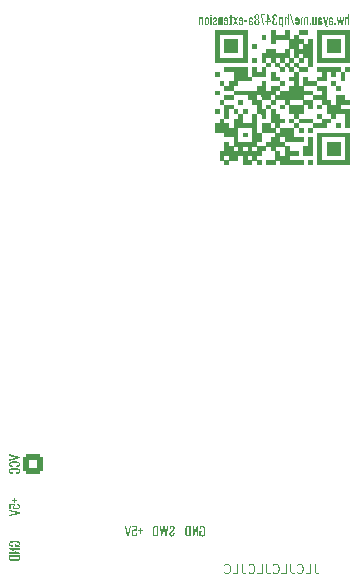
<source format=gbr>
%TF.GenerationSoftware,KiCad,Pcbnew,9.0.2*%
%TF.CreationDate,2025-08-14T17:11:00+06:00*%
%TF.ProjectId,hp3478a-ch32-ext,68703334-3738-4612-9d63-6833322d6578,rev?*%
%TF.SameCoordinates,Original*%
%TF.FileFunction,Legend,Bot*%
%TF.FilePolarity,Positive*%
%FSLAX46Y46*%
G04 Gerber Fmt 4.6, Leading zero omitted, Abs format (unit mm)*
G04 Created by KiCad (PCBNEW 9.0.2) date 2025-08-14 17:11:00*
%MOMM*%
%LPD*%
G01*
G04 APERTURE LIST*
G04 Aperture macros list*
%AMRoundRect*
0 Rectangle with rounded corners*
0 $1 Rounding radius*
0 $2 $3 $4 $5 $6 $7 $8 $9 X,Y pos of 4 corners*
0 Add a 4 corners polygon primitive as box body*
4,1,4,$2,$3,$4,$5,$6,$7,$8,$9,$2,$3,0*
0 Add four circle primitives for the rounded corners*
1,1,$1+$1,$2,$3*
1,1,$1+$1,$4,$5*
1,1,$1+$1,$6,$7*
1,1,$1+$1,$8,$9*
0 Add four rect primitives between the rounded corners*
20,1,$1+$1,$2,$3,$4,$5,0*
20,1,$1+$1,$4,$5,$6,$7,0*
20,1,$1+$1,$6,$7,$8,$9,0*
20,1,$1+$1,$8,$9,$2,$3,0*%
G04 Aperture macros list end*
%ADD10C,0.100000*%
%ADD11C,0.000000*%
%ADD12RoundRect,0.250000X-0.600000X0.600000X-0.600000X-0.600000X0.600000X-0.600000X0.600000X0.600000X0*%
%ADD13C,1.700000*%
%ADD14R,1.700000X1.700000*%
%ADD15R,1.600000X1.600000*%
%ADD16O,1.600000X1.600000*%
%ADD17R,2.000000X2.000000*%
%ADD18C,2.000000*%
G04 APERTURE END LIST*
D10*
G36*
X36275186Y-85086741D02*
G01*
X36269650Y-85025862D01*
X36254347Y-84977498D01*
X36230329Y-84939017D01*
X36197370Y-84908639D01*
X36157939Y-84886477D01*
X36107856Y-84869287D01*
X36044800Y-84857937D01*
X35966072Y-84853782D01*
X35662576Y-84853782D01*
X35592217Y-84856560D01*
X35535218Y-84864159D01*
X35489505Y-84875617D01*
X35447032Y-84894106D01*
X35412710Y-84919031D01*
X35385360Y-84950648D01*
X35366130Y-84987882D01*
X35353574Y-85035695D01*
X35348968Y-85096803D01*
X35353717Y-85160021D01*
X35366667Y-85209494D01*
X35386498Y-85248009D01*
X35412813Y-85277690D01*
X35445755Y-85300114D01*
X35488510Y-85317440D01*
X35543413Y-85328909D01*
X35613288Y-85333133D01*
X35646896Y-85333133D01*
X35646896Y-85214382D01*
X35618856Y-85214382D01*
X35557635Y-85212110D01*
X35518668Y-85206517D01*
X35487164Y-85194020D01*
X35465423Y-85173496D01*
X35452550Y-85144589D01*
X35447496Y-85099050D01*
X35450595Y-85064728D01*
X35458907Y-85039284D01*
X35471578Y-85020600D01*
X35499112Y-84999790D01*
X35536009Y-84987578D01*
X35579662Y-84982357D01*
X35643525Y-84980300D01*
X35979505Y-84980300D01*
X36049436Y-84983851D01*
X36097438Y-84992899D01*
X36129080Y-85005505D01*
X36148088Y-85020136D01*
X36162031Y-85040171D01*
X36171072Y-85066920D01*
X36174411Y-85102421D01*
X36170901Y-85136920D01*
X36161275Y-85163469D01*
X36146153Y-85183895D01*
X36125123Y-85199288D01*
X36090900Y-85212525D01*
X36040054Y-85221946D01*
X35967196Y-85225617D01*
X35904474Y-85225617D01*
X35904474Y-85110237D01*
X35814886Y-85110237D01*
X35814886Y-85339825D01*
X36264000Y-85339825D01*
X36264000Y-85260300D01*
X36159854Y-85247990D01*
X36202841Y-85226997D01*
X36234448Y-85200936D01*
X36256657Y-85169663D01*
X36270347Y-85132173D01*
X36275186Y-85086741D01*
G37*
G36*
X35356784Y-85469225D02*
G01*
X35356784Y-85555491D01*
X35959380Y-85813070D01*
X35356784Y-85813070D01*
X35356784Y-85918387D01*
X36264000Y-85918387D01*
X36264000Y-85837739D01*
X35644648Y-85576789D01*
X36264000Y-85576789D01*
X36264000Y-85469225D01*
X35356784Y-85469225D01*
G37*
G36*
X36264000Y-86267313D02*
G01*
X36258555Y-86337117D01*
X36243714Y-86391533D01*
X36220955Y-86433745D01*
X36190629Y-86466127D01*
X36152971Y-86490451D01*
X36104842Y-86509192D01*
X36043866Y-86521539D01*
X35967196Y-86526064D01*
X35633462Y-86526064D01*
X35561012Y-86521461D01*
X35503776Y-86508918D01*
X35458885Y-86489859D01*
X35424000Y-86465003D01*
X35396760Y-86432578D01*
X35375835Y-86389173D01*
X35361940Y-86331939D01*
X35356784Y-86257250D01*
X35356784Y-86255003D01*
X35450866Y-86255003D01*
X35453530Y-86297473D01*
X35460472Y-86327871D01*
X35470503Y-86349085D01*
X35485560Y-86366618D01*
X35505372Y-86379846D01*
X35530978Y-86388848D01*
X35576369Y-86395605D01*
X35649143Y-86398374D01*
X35943699Y-86398374D01*
X36027595Y-86396229D01*
X36077545Y-86391095D01*
X36105642Y-86383489D01*
X36128678Y-86371164D01*
X36147545Y-86354117D01*
X36160825Y-86332682D01*
X36169843Y-86301830D01*
X36173288Y-86258374D01*
X36173288Y-86186664D01*
X35450866Y-86186664D01*
X35450866Y-86255003D01*
X35356784Y-86255003D01*
X35356784Y-86060097D01*
X36264000Y-86060097D01*
X36264000Y-86267313D01*
G37*
G36*
X64149923Y-40256784D02*
G01*
X64030098Y-40256784D01*
X64030098Y-40583825D01*
X63986913Y-40548561D01*
X63945917Y-40525215D01*
X63906441Y-40511963D01*
X63867676Y-40507670D01*
X63834790Y-40512284D01*
X63810733Y-40524984D01*
X63793231Y-40545772D01*
X63781454Y-40572002D01*
X63773997Y-40603034D01*
X63771347Y-40639854D01*
X63771347Y-41164000D01*
X63891221Y-41164000D01*
X63891221Y-40674537D01*
X63894450Y-40640341D01*
X63902408Y-40619680D01*
X63917195Y-40606639D01*
X63942708Y-40601752D01*
X63967535Y-40605731D01*
X63996190Y-40618945D01*
X64030098Y-40644300D01*
X64030098Y-41164000D01*
X64149923Y-41164000D01*
X64149923Y-40256784D01*
G37*
G36*
X63684543Y-40516658D02*
G01*
X63585967Y-40516658D01*
X63518800Y-40993762D01*
X63432533Y-40516658D01*
X63340698Y-40516658D01*
X63254480Y-40991515D01*
X63187265Y-40516658D01*
X63088688Y-40516658D01*
X63196204Y-41164000D01*
X63297027Y-41164000D01*
X63385492Y-40707021D01*
X63472882Y-41164000D01*
X63580398Y-41164000D01*
X63684543Y-40516658D01*
G37*
G36*
X63002959Y-41030741D02*
G01*
X62883085Y-41030741D01*
X62883085Y-41164000D01*
X63002959Y-41164000D01*
X63002959Y-41030741D01*
G37*
G36*
X62651785Y-40511393D02*
G01*
X62691333Y-40521639D01*
X62722871Y-40537484D01*
X62747872Y-40558668D01*
X62767174Y-40585154D01*
X62782238Y-40619184D01*
X62792568Y-40662476D01*
X62797160Y-40717133D01*
X62678458Y-40721578D01*
X62678458Y-40689143D01*
X62674956Y-40652250D01*
X62665877Y-40627209D01*
X62652422Y-40610720D01*
X62634366Y-40600816D01*
X62610119Y-40597258D01*
X62585584Y-40600586D01*
X62568965Y-40609455D01*
X62558046Y-40623588D01*
X62549069Y-40654771D01*
X62545150Y-40713762D01*
X62545150Y-40759680D01*
X62629426Y-40795605D01*
X62685199Y-40823525D01*
X62716842Y-40844410D01*
X62744352Y-40869517D01*
X62768046Y-40899143D01*
X62785445Y-40932354D01*
X62796542Y-40973012D01*
X62800531Y-41022876D01*
X62796342Y-41060080D01*
X62783727Y-41095709D01*
X62763556Y-41127232D01*
X62737272Y-41151690D01*
X62705804Y-41167610D01*
X62670593Y-41172939D01*
X62637445Y-41169381D01*
X62609662Y-41159247D01*
X62586085Y-41142702D01*
X62557980Y-41109194D01*
X62539581Y-41068794D01*
X62523901Y-41164000D01*
X62414138Y-41164000D01*
X62422629Y-41082213D01*
X62425038Y-41016184D01*
X62545150Y-41016184D01*
X62557495Y-41032455D01*
X62577683Y-41051452D01*
X62600958Y-41065548D01*
X62623552Y-41069917D01*
X62648411Y-41064360D01*
X62666148Y-41048082D01*
X62676641Y-41023368D01*
X62680705Y-40985898D01*
X62676213Y-40952055D01*
X62663364Y-40924348D01*
X62643880Y-40900254D01*
X62619644Y-40878968D01*
X62545150Y-40832464D01*
X62545150Y-41016184D01*
X62425038Y-41016184D01*
X62425325Y-41008319D01*
X62425325Y-40712639D01*
X62428478Y-40660095D01*
X62437103Y-40618137D01*
X62450233Y-40584857D01*
X62467334Y-40558668D01*
X62490016Y-40537427D01*
X62519012Y-40521616D01*
X62555783Y-40511394D01*
X62602303Y-40507670D01*
X62651785Y-40511393D01*
G37*
G36*
X62320398Y-41234537D02*
G01*
X62258493Y-41231402D01*
X62228025Y-41224474D01*
X62213928Y-41215684D01*
X62205734Y-41203384D01*
X62202819Y-41186421D01*
X62206410Y-41162739D01*
X62227439Y-41067670D01*
X62357376Y-40516658D01*
X62236427Y-40516658D01*
X62149037Y-41000503D01*
X62065066Y-40516658D01*
X61944069Y-40516658D01*
X62098625Y-41199854D01*
X62113647Y-41242446D01*
X62135641Y-41274221D01*
X62164718Y-41297258D01*
X62199630Y-41312467D01*
X62245715Y-41322636D01*
X62305841Y-41326421D01*
X62320398Y-41326421D01*
X62320398Y-41234537D01*
G37*
G36*
X61736558Y-40511393D02*
G01*
X61776106Y-40521639D01*
X61807644Y-40537484D01*
X61832645Y-40558668D01*
X61851947Y-40585154D01*
X61867012Y-40619184D01*
X61877341Y-40662476D01*
X61881933Y-40717133D01*
X61763231Y-40721578D01*
X61763231Y-40689143D01*
X61759729Y-40652250D01*
X61750650Y-40627209D01*
X61737195Y-40610720D01*
X61719139Y-40600816D01*
X61694892Y-40597258D01*
X61670357Y-40600586D01*
X61653738Y-40609455D01*
X61642819Y-40623588D01*
X61633843Y-40654771D01*
X61629923Y-40713762D01*
X61629923Y-40759680D01*
X61714199Y-40795605D01*
X61769972Y-40823525D01*
X61801616Y-40844410D01*
X61829125Y-40869517D01*
X61852819Y-40899143D01*
X61870219Y-40932354D01*
X61881315Y-40973012D01*
X61885304Y-41022876D01*
X61881116Y-41060080D01*
X61868500Y-41095709D01*
X61848329Y-41127232D01*
X61822045Y-41151690D01*
X61790577Y-41167610D01*
X61755367Y-41172939D01*
X61722218Y-41169381D01*
X61694436Y-41159247D01*
X61670859Y-41142702D01*
X61642753Y-41109194D01*
X61624355Y-41068794D01*
X61608674Y-41164000D01*
X61498912Y-41164000D01*
X61507402Y-41082213D01*
X61509811Y-41016184D01*
X61629923Y-41016184D01*
X61642268Y-41032455D01*
X61662457Y-41051452D01*
X61685732Y-41065548D01*
X61708325Y-41069917D01*
X61733184Y-41064360D01*
X61750921Y-41048082D01*
X61761414Y-41023368D01*
X61765478Y-40985898D01*
X61760986Y-40952055D01*
X61748137Y-40924348D01*
X61728654Y-40900254D01*
X61704417Y-40878968D01*
X61629923Y-40832464D01*
X61629923Y-41016184D01*
X61509811Y-41016184D01*
X61510098Y-41008319D01*
X61510098Y-40712639D01*
X61513252Y-40660095D01*
X61521877Y-40618137D01*
X61535007Y-40584857D01*
X61552108Y-40558668D01*
X61574789Y-40537427D01*
X61603785Y-40521616D01*
X61640556Y-40511394D01*
X61687076Y-40507670D01*
X61736558Y-40511393D01*
G37*
G36*
X61302150Y-41172939D02*
G01*
X61335067Y-41168344D01*
X61359341Y-41155663D01*
X61377181Y-41134886D01*
X61389262Y-41108591D01*
X61396894Y-41077558D01*
X61399602Y-41040803D01*
X61399602Y-40516658D01*
X61279728Y-40516658D01*
X61279728Y-41004949D01*
X61276516Y-41039262D01*
X61268542Y-41060392D01*
X61253698Y-41073851D01*
X61228242Y-41078856D01*
X61205494Y-41075190D01*
X61178029Y-41062774D01*
X61144222Y-41038556D01*
X61144222Y-40516658D01*
X61024397Y-40516658D01*
X61024397Y-41164000D01*
X61144222Y-41164000D01*
X61144222Y-41100154D01*
X61185525Y-41133693D01*
X61225182Y-41156027D01*
X61263805Y-41168784D01*
X61302150Y-41172939D01*
G37*
G36*
X60908332Y-41030741D02*
G01*
X60788458Y-41030741D01*
X60788458Y-41164000D01*
X60908332Y-41164000D01*
X60908332Y-41030741D01*
G37*
G36*
X60692471Y-40516658D02*
G01*
X60581584Y-40516658D01*
X60581584Y-40578256D01*
X60547026Y-40546341D01*
X60510461Y-40523937D01*
X60470810Y-40510044D01*
X60429274Y-40505423D01*
X60390780Y-40510788D01*
X60361685Y-40525730D01*
X60339623Y-40550373D01*
X60324006Y-40587196D01*
X60287400Y-40550334D01*
X60248815Y-40525234D01*
X60207602Y-40510425D01*
X60162708Y-40505423D01*
X60130789Y-40509635D01*
X60103756Y-40521835D01*
X60080398Y-40542401D01*
X60063711Y-40568982D01*
X60052618Y-40605639D01*
X60048451Y-40655535D01*
X60048451Y-41164000D01*
X60158214Y-41164000D01*
X60158214Y-40663351D01*
X60162554Y-40622618D01*
X60172771Y-40601215D01*
X60189949Y-40588372D01*
X60214243Y-40583825D01*
X60238756Y-40587147D01*
X60265778Y-40597845D01*
X60291235Y-40614265D01*
X60315018Y-40636484D01*
X60315018Y-40655535D01*
X60315018Y-41164000D01*
X60424780Y-41164000D01*
X60424780Y-40663351D01*
X60429120Y-40622618D01*
X60439337Y-40601215D01*
X60456509Y-40588370D01*
X60480761Y-40583825D01*
X60504331Y-40587106D01*
X60531221Y-40597845D01*
X60556880Y-40614210D01*
X60581584Y-40636484D01*
X60581584Y-41164000D01*
X60692471Y-41164000D01*
X60692471Y-40516658D01*
G37*
G36*
X59805669Y-40512278D02*
G01*
X59846774Y-40524787D01*
X59878076Y-40543999D01*
X59901514Y-40569854D01*
X59918121Y-40601064D01*
X59931319Y-40642505D01*
X59940216Y-40696665D01*
X59943524Y-40766421D01*
X59943524Y-40914237D01*
X59938835Y-40999521D01*
X59926720Y-41059854D01*
X59912286Y-41095051D01*
X59892905Y-41122844D01*
X59868493Y-41144411D01*
X59839453Y-41159403D01*
X59801419Y-41169285D01*
X59751989Y-41172939D01*
X59704506Y-41169048D01*
X59666764Y-41158334D01*
X59636794Y-41141687D01*
X59613161Y-41119205D01*
X59595161Y-41091529D01*
X59581509Y-41057313D01*
X59572649Y-41015193D01*
X59569442Y-40963525D01*
X59569442Y-40938856D01*
X59685946Y-40938856D01*
X59685946Y-40978082D01*
X59689860Y-41028108D01*
X59699379Y-41058145D01*
X59710569Y-41072359D01*
X59727069Y-41081193D01*
X59750865Y-41084474D01*
X59774865Y-41081289D01*
X59792859Y-41072483D01*
X59806357Y-41058145D01*
X59815126Y-41039599D01*
X59821299Y-41012054D01*
X59823699Y-40972464D01*
X59823699Y-40842576D01*
X59568318Y-40842576D01*
X59568318Y-40789917D01*
X59571047Y-40719380D01*
X59685946Y-40719380D01*
X59685946Y-40777607D01*
X59823699Y-40777607D01*
X59823699Y-40742876D01*
X59822081Y-40688086D01*
X59818130Y-40653874D01*
X59809523Y-40626133D01*
X59797369Y-40609617D01*
X59779785Y-40599871D01*
X59753113Y-40596184D01*
X59727286Y-40599791D01*
X59709998Y-40609390D01*
X59698842Y-40624760D01*
X59689835Y-40658119D01*
X59685946Y-40719380D01*
X59571047Y-40719380D01*
X59571978Y-40695315D01*
X59581214Y-40631452D01*
X59593254Y-40594132D01*
X59610820Y-40564110D01*
X59633873Y-40540154D01*
X59662214Y-40523136D01*
X59700585Y-40511874D01*
X59751989Y-40507670D01*
X59805669Y-40512278D01*
G37*
G36*
X59243769Y-40256784D02*
G01*
X59139575Y-40256784D01*
X59384892Y-41164000D01*
X59487914Y-41164000D01*
X59243769Y-40256784D01*
G37*
G36*
X59043880Y-40256784D02*
G01*
X58924055Y-40256784D01*
X58924055Y-40583825D01*
X58880870Y-40548561D01*
X58839874Y-40525215D01*
X58800398Y-40511963D01*
X58761633Y-40507670D01*
X58728746Y-40512284D01*
X58704689Y-40524984D01*
X58687188Y-40545772D01*
X58675411Y-40572002D01*
X58667954Y-40603034D01*
X58665304Y-40639854D01*
X58665304Y-41164000D01*
X58785178Y-41164000D01*
X58785178Y-40674537D01*
X58788407Y-40640341D01*
X58796364Y-40619680D01*
X58811151Y-40606639D01*
X58836665Y-40601752D01*
X58861492Y-40605731D01*
X58890147Y-40618945D01*
X58924055Y-40644300D01*
X58924055Y-41164000D01*
X59043880Y-41164000D01*
X59043880Y-40256784D01*
G37*
G36*
X58340071Y-40511349D02*
G01*
X58371393Y-40522283D01*
X58401064Y-40540860D01*
X58429561Y-40568145D01*
X58429561Y-40516658D01*
X58549386Y-40516658D01*
X58549386Y-41376784D01*
X58429561Y-41376784D01*
X58429561Y-41115835D01*
X58391763Y-41149080D01*
X58355605Y-41167184D01*
X58319798Y-41172939D01*
X58277420Y-41168014D01*
X58243632Y-41154204D01*
X58216451Y-41131812D01*
X58194892Y-41099617D01*
X58175704Y-41049340D01*
X58163103Y-40986225D01*
X58158500Y-40907496D01*
X58158500Y-40750741D01*
X58278325Y-40750741D01*
X58278325Y-40907496D01*
X58281816Y-40989214D01*
X58290098Y-41036896D01*
X58301638Y-41060713D01*
X58318817Y-41074125D01*
X58343294Y-41078856D01*
X58373710Y-41075638D01*
X58402262Y-41066046D01*
X58429561Y-41049743D01*
X58429561Y-40635360D01*
X58401312Y-40616020D01*
X58374295Y-40605222D01*
X58347788Y-40601752D01*
X58322154Y-40606246D01*
X58304121Y-40618789D01*
X58291808Y-40640392D01*
X58282214Y-40683258D01*
X58278325Y-40750741D01*
X58158500Y-40750741D01*
X58161944Y-40690051D01*
X58171952Y-40634452D01*
X58188200Y-40583288D01*
X58206837Y-40550035D01*
X58231838Y-40527045D01*
X58264227Y-40512806D01*
X58306364Y-40507670D01*
X58340071Y-40511349D01*
G37*
G36*
X57843866Y-41174062D02*
G01*
X57897949Y-41169750D01*
X57942382Y-41157715D01*
X57978972Y-41138787D01*
X58009072Y-41113050D01*
X58032818Y-41081122D01*
X58050416Y-41042742D01*
X58061629Y-40996616D01*
X58065639Y-40941103D01*
X58065639Y-40910866D01*
X57946937Y-40910866D01*
X57946937Y-40931041D01*
X57942733Y-40977136D01*
X57934378Y-41011825D01*
X57922854Y-41037482D01*
X57905281Y-41057305D01*
X57879908Y-41069776D01*
X57843866Y-41074411D01*
X57806042Y-41069194D01*
X57779633Y-41055107D01*
X57761556Y-41032401D01*
X57750390Y-41003408D01*
X57742666Y-40962864D01*
X57739721Y-40907496D01*
X57743295Y-40857292D01*
X57752988Y-40818310D01*
X57767711Y-40788256D01*
X57789505Y-40764354D01*
X57818974Y-40748436D01*
X57858423Y-40740629D01*
X57875227Y-40739505D01*
X57875227Y-40619680D01*
X57859547Y-40619680D01*
X57818197Y-40614282D01*
X57788562Y-40602747D01*
X57767711Y-40586072D01*
X57753342Y-40563317D01*
X57743507Y-40529861D01*
X57739721Y-40481927D01*
X57742689Y-40437395D01*
X57750548Y-40404480D01*
X57762143Y-40380566D01*
X57779793Y-40362444D01*
X57805635Y-40350800D01*
X57842743Y-40346421D01*
X57879545Y-40351093D01*
X57905243Y-40363607D01*
X57922854Y-40383399D01*
X57934316Y-40409051D01*
X57942696Y-40444364D01*
X57946937Y-40491990D01*
X57946937Y-40511041D01*
X58065639Y-40511041D01*
X58065639Y-40480803D01*
X58061620Y-40425274D01*
X58050395Y-40379261D01*
X58032797Y-40341090D01*
X58009072Y-40309443D01*
X57979015Y-40284003D01*
X57942286Y-40265234D01*
X57897482Y-40253266D01*
X57842743Y-40248968D01*
X57788044Y-40253301D01*
X57743263Y-40265372D01*
X57706536Y-40284319D01*
X57676462Y-40310029D01*
X57652718Y-40341933D01*
X57635120Y-40380297D01*
X57623906Y-40426413D01*
X57619896Y-40481927D01*
X57624135Y-40533945D01*
X57635974Y-40576668D01*
X57654627Y-40611864D01*
X57680586Y-40641810D01*
X57712007Y-40664417D01*
X57749784Y-40680154D01*
X57711864Y-40697150D01*
X57680226Y-40722581D01*
X57654041Y-40757433D01*
X57635842Y-40797671D01*
X57624124Y-40847023D01*
X57619896Y-40907496D01*
X57623832Y-40971542D01*
X57634773Y-41024478D01*
X57651736Y-41068141D01*
X57674215Y-41104062D01*
X57703834Y-41133655D01*
X57740804Y-41155301D01*
X57786723Y-41169090D01*
X57843866Y-41174062D01*
G37*
G36*
X57531822Y-40795535D02*
G01*
X57531822Y-40920978D01*
X57268625Y-40920978D01*
X57268625Y-41164000D01*
X57154369Y-41164000D01*
X57154369Y-40920978D01*
X57052471Y-40920978D01*
X57052471Y-40814537D01*
X57154369Y-40814537D01*
X57268625Y-40814537D01*
X57416441Y-40814537D01*
X57268625Y-40402401D01*
X57268625Y-40814537D01*
X57154369Y-40814537D01*
X57154369Y-40256784D01*
X57295492Y-40256784D01*
X57531822Y-40795535D01*
G37*
G36*
X56768074Y-40350866D02*
G01*
X57011145Y-40350866D01*
X57011145Y-40256784D01*
X56648249Y-40256784D01*
X56648249Y-40315060D01*
X56816239Y-41164000D01*
X56931619Y-41164000D01*
X56768074Y-40350866D01*
G37*
G36*
X56377061Y-40253360D02*
G01*
X56420351Y-40265550D01*
X56455419Y-40284638D01*
X56483727Y-40310566D01*
X56505688Y-40342494D01*
X56522083Y-40380969D01*
X56532577Y-40427287D01*
X56536337Y-40483050D01*
X56531944Y-40536656D01*
X56519455Y-40582533D01*
X56499419Y-40622065D01*
X56471715Y-40656281D01*
X56435562Y-40685772D01*
X56469731Y-40710615D01*
X56497324Y-40738916D01*
X56518995Y-40770915D01*
X56534046Y-40806426D01*
X56543943Y-40851580D01*
X56547572Y-40908619D01*
X56543691Y-40974104D01*
X56532980Y-41027477D01*
X56516520Y-41070791D01*
X56494913Y-41105772D01*
X56466187Y-41134348D01*
X56429408Y-41155486D01*
X56382722Y-41169105D01*
X56323552Y-41174062D01*
X56265052Y-41169089D01*
X56218733Y-41155399D01*
X56182083Y-41134089D01*
X56153315Y-41105186D01*
X56131652Y-41069932D01*
X56115195Y-41026569D01*
X56104516Y-40973452D01*
X56100790Y-40910866D01*
X56216036Y-40910866D01*
X56219110Y-40963724D01*
X56227343Y-41004149D01*
X56239581Y-41034648D01*
X56258799Y-41058747D01*
X56285863Y-41073478D01*
X56323552Y-41078856D01*
X56362027Y-41073456D01*
X56389638Y-41058697D01*
X56409233Y-41034648D01*
X56421762Y-41004111D01*
X56430177Y-40963685D01*
X56433315Y-40910866D01*
X56430110Y-40862849D01*
X56421255Y-40823818D01*
X56407572Y-40792164D01*
X56386963Y-40766691D01*
X56359676Y-40751162D01*
X56323552Y-40745123D01*
X56288207Y-40751137D01*
X56261470Y-40766634D01*
X56241242Y-40792164D01*
X56227856Y-40823782D01*
X56219179Y-40862813D01*
X56216036Y-40910866D01*
X56100790Y-40910866D01*
X56100656Y-40908619D01*
X56104337Y-40852398D01*
X56114414Y-40807582D01*
X56129819Y-40772039D01*
X56151762Y-40739947D01*
X56179542Y-40711262D01*
X56213789Y-40685772D01*
X56183171Y-40661969D01*
X56158334Y-40634990D01*
X56138758Y-40604586D01*
X56124979Y-40571120D01*
X56116167Y-40531048D01*
X56113015Y-40483050D01*
X56113465Y-40476309D01*
X56230593Y-40476309D01*
X56235774Y-40540262D01*
X56248964Y-40582626D01*
X56267861Y-40609547D01*
X56292139Y-40625160D01*
X56323552Y-40630866D01*
X56355976Y-40625163D01*
X56379936Y-40610618D01*
X56397509Y-40586658D01*
X56408778Y-40557128D01*
X56416104Y-40520809D01*
X56418758Y-40476309D01*
X56415892Y-40436513D01*
X56407996Y-40404539D01*
X56395799Y-40378905D01*
X56377832Y-40358568D01*
X56354361Y-40346307D01*
X56323552Y-40341927D01*
X56292794Y-40346334D01*
X56269735Y-40358603D01*
X56252429Y-40378905D01*
X56240855Y-40404459D01*
X56233331Y-40436434D01*
X56230593Y-40476309D01*
X56113465Y-40476309D01*
X56116741Y-40427251D01*
X56127138Y-40380921D01*
X56143369Y-40342459D01*
X56165087Y-40310566D01*
X56193126Y-40284609D01*
X56227834Y-40265526D01*
X56270650Y-40253352D01*
X56323552Y-40248968D01*
X56377061Y-40253360D01*
G37*
G36*
X55848938Y-40511393D02*
G01*
X55888486Y-40521639D01*
X55920024Y-40537484D01*
X55945025Y-40558668D01*
X55964327Y-40585154D01*
X55979391Y-40619184D01*
X55989721Y-40662476D01*
X55994313Y-40717133D01*
X55875611Y-40721578D01*
X55875611Y-40689143D01*
X55872109Y-40652250D01*
X55863029Y-40627209D01*
X55849575Y-40610720D01*
X55831519Y-40600816D01*
X55807272Y-40597258D01*
X55782737Y-40600586D01*
X55766118Y-40609455D01*
X55755199Y-40623588D01*
X55746222Y-40654771D01*
X55742303Y-40713762D01*
X55742303Y-40759680D01*
X55826579Y-40795605D01*
X55882352Y-40823525D01*
X55913995Y-40844410D01*
X55941504Y-40869517D01*
X55965199Y-40899143D01*
X55982598Y-40932354D01*
X55993694Y-40973012D01*
X55997683Y-41022876D01*
X55993495Y-41060080D01*
X55980879Y-41095709D01*
X55960709Y-41127232D01*
X55934424Y-41151690D01*
X55902957Y-41167610D01*
X55867746Y-41172939D01*
X55834598Y-41169381D01*
X55806815Y-41159247D01*
X55783238Y-41142702D01*
X55755133Y-41109194D01*
X55736734Y-41068794D01*
X55721054Y-41164000D01*
X55611291Y-41164000D01*
X55619782Y-41082213D01*
X55622191Y-41016184D01*
X55742303Y-41016184D01*
X55754647Y-41032455D01*
X55774836Y-41051452D01*
X55798111Y-41065548D01*
X55820705Y-41069917D01*
X55845564Y-41064360D01*
X55863301Y-41048082D01*
X55873794Y-41023368D01*
X55877858Y-40985898D01*
X55873365Y-40952055D01*
X55860517Y-40924348D01*
X55841033Y-40900254D01*
X55816797Y-40878968D01*
X55742303Y-40832464D01*
X55742303Y-41016184D01*
X55622191Y-41016184D01*
X55622478Y-41008319D01*
X55622478Y-40712639D01*
X55625631Y-40660095D01*
X55634256Y-40618137D01*
X55647386Y-40584857D01*
X55664487Y-40558668D01*
X55687168Y-40537427D01*
X55716165Y-40521616D01*
X55752936Y-40511394D01*
X55799456Y-40507670D01*
X55848938Y-40511393D01*
G37*
G36*
X55513106Y-40780978D02*
G01*
X55263343Y-40780978D01*
X55263343Y-40871690D01*
X55513106Y-40871690D01*
X55513106Y-40780978D01*
G37*
G36*
X55022417Y-40512278D02*
G01*
X55063522Y-40524787D01*
X55094824Y-40543999D01*
X55118263Y-40569854D01*
X55134869Y-40601064D01*
X55148067Y-40642505D01*
X55156964Y-40696665D01*
X55160272Y-40766421D01*
X55160272Y-40914237D01*
X55155583Y-40999521D01*
X55143468Y-41059854D01*
X55129034Y-41095051D01*
X55109653Y-41122844D01*
X55085241Y-41144411D01*
X55056201Y-41159403D01*
X55018167Y-41169285D01*
X54968737Y-41172939D01*
X54921254Y-41169048D01*
X54883512Y-41158334D01*
X54853542Y-41141687D01*
X54829909Y-41119205D01*
X54811909Y-41091529D01*
X54798257Y-41057313D01*
X54789397Y-41015193D01*
X54786190Y-40963525D01*
X54786190Y-40938856D01*
X54902694Y-40938856D01*
X54902694Y-40978082D01*
X54906608Y-41028108D01*
X54916127Y-41058145D01*
X54927317Y-41072359D01*
X54943817Y-41081193D01*
X54967614Y-41084474D01*
X54991613Y-41081289D01*
X55009607Y-41072483D01*
X55023106Y-41058145D01*
X55031874Y-41039599D01*
X55038047Y-41012054D01*
X55040447Y-40972464D01*
X55040447Y-40842576D01*
X54785066Y-40842576D01*
X54785066Y-40789917D01*
X54787795Y-40719380D01*
X54902694Y-40719380D01*
X54902694Y-40777607D01*
X55040447Y-40777607D01*
X55040447Y-40742876D01*
X55038829Y-40688086D01*
X55034878Y-40653874D01*
X55026271Y-40626133D01*
X55014117Y-40609617D01*
X54996533Y-40599871D01*
X54969861Y-40596184D01*
X54944034Y-40599791D01*
X54926746Y-40609390D01*
X54915590Y-40624760D01*
X54906583Y-40658119D01*
X54902694Y-40719380D01*
X54787795Y-40719380D01*
X54788726Y-40695315D01*
X54797962Y-40631452D01*
X54810002Y-40594132D01*
X54827568Y-40564110D01*
X54850621Y-40540154D01*
X54878962Y-40523136D01*
X54917333Y-40511874D01*
X54968737Y-40507670D01*
X55022417Y-40512278D01*
G37*
G36*
X54581466Y-40823525D02*
G01*
X54723713Y-40516658D01*
X54609456Y-40516658D01*
X54514250Y-40721578D01*
X54430279Y-40516658D01*
X54312652Y-40516658D01*
X54460517Y-40838082D01*
X54310405Y-41164000D01*
X54424662Y-41164000D01*
X54526609Y-40944474D01*
X54613950Y-41164000D01*
X54727083Y-41164000D01*
X54581466Y-40823525D01*
G37*
G36*
X54068849Y-41172939D02*
G01*
X54113230Y-41168283D01*
X54147009Y-41155554D01*
X54172703Y-41135544D01*
X54191738Y-41107558D01*
X54204207Y-41069542D01*
X54208849Y-41018382D01*
X54208849Y-40596184D01*
X54277188Y-40596184D01*
X54277188Y-40516658D01*
X54208849Y-40516658D01*
X54208849Y-40327370D01*
X54089023Y-40327370D01*
X54089023Y-40516658D01*
X53984829Y-40516658D01*
X53984829Y-40596184D01*
X54089023Y-40596184D01*
X54089023Y-41010566D01*
X54085361Y-41046314D01*
X54076713Y-41065423D01*
X54060516Y-41076566D01*
X54029623Y-41081103D01*
X53985953Y-41077782D01*
X53985953Y-41166247D01*
X54030017Y-41171341D01*
X54068849Y-41172939D01*
G37*
G36*
X53771112Y-40512278D02*
G01*
X53812217Y-40524787D01*
X53843519Y-40543999D01*
X53866958Y-40569854D01*
X53883564Y-40601064D01*
X53896762Y-40642505D01*
X53905659Y-40696665D01*
X53908967Y-40766421D01*
X53908967Y-40914237D01*
X53904278Y-40999521D01*
X53892163Y-41059854D01*
X53877730Y-41095051D01*
X53858348Y-41122844D01*
X53833936Y-41144411D01*
X53804896Y-41159403D01*
X53766862Y-41169285D01*
X53717432Y-41172939D01*
X53669950Y-41169048D01*
X53632207Y-41158334D01*
X53602237Y-41141687D01*
X53578605Y-41119205D01*
X53560604Y-41091529D01*
X53546952Y-41057313D01*
X53538092Y-41015193D01*
X53534885Y-40963525D01*
X53534885Y-40938856D01*
X53651389Y-40938856D01*
X53651389Y-40978082D01*
X53655303Y-41028108D01*
X53664822Y-41058145D01*
X53676012Y-41072359D01*
X53692512Y-41081193D01*
X53716309Y-41084474D01*
X53740308Y-41081289D01*
X53758302Y-41072483D01*
X53771801Y-41058145D01*
X53780569Y-41039599D01*
X53786742Y-41012054D01*
X53789142Y-40972464D01*
X53789142Y-40842576D01*
X53533762Y-40842576D01*
X53533762Y-40789917D01*
X53536490Y-40719380D01*
X53651389Y-40719380D01*
X53651389Y-40777607D01*
X53789142Y-40777607D01*
X53789142Y-40742876D01*
X53787524Y-40688086D01*
X53783573Y-40653874D01*
X53774966Y-40626133D01*
X53762812Y-40609617D01*
X53745228Y-40599871D01*
X53718556Y-40596184D01*
X53692729Y-40599791D01*
X53675441Y-40609390D01*
X53664285Y-40624760D01*
X53655278Y-40658119D01*
X53651389Y-40719380D01*
X53536490Y-40719380D01*
X53537421Y-40695315D01*
X53546658Y-40631452D01*
X53558697Y-40594132D01*
X53576263Y-40564110D01*
X53599316Y-40540154D01*
X53627657Y-40523136D01*
X53666028Y-40511874D01*
X53717432Y-40507670D01*
X53771112Y-40512278D01*
G37*
G36*
X53425367Y-40516658D02*
G01*
X53305541Y-40516658D01*
X53305541Y-40580503D01*
X53264236Y-40546940D01*
X53224577Y-40524592D01*
X53185955Y-40511827D01*
X53147614Y-40507670D01*
X53114670Y-40512272D01*
X53090399Y-40524970D01*
X53072582Y-40545772D01*
X53060504Y-40572036D01*
X53052871Y-40603067D01*
X53050161Y-40639854D01*
X53050161Y-41164000D01*
X53169986Y-41164000D01*
X53169986Y-40674537D01*
X53173228Y-40640346D01*
X53181221Y-40619680D01*
X53196008Y-40606639D01*
X53221521Y-40601752D01*
X53244267Y-40605422D01*
X53271731Y-40617853D01*
X53305541Y-40642101D01*
X53305541Y-41164000D01*
X53425367Y-41164000D01*
X53425367Y-40516658D01*
G37*
G36*
X52783692Y-41172939D02*
G01*
X52833870Y-41167168D01*
X52875604Y-41150718D01*
X52910796Y-41123699D01*
X52937983Y-41088175D01*
X52956583Y-41044747D01*
X52966239Y-40991515D01*
X52866539Y-40961278D01*
X52853274Y-41019116D01*
X52835764Y-41054237D01*
X52819252Y-41070962D01*
X52798935Y-41080961D01*
X52773580Y-41084474D01*
X52745044Y-41079595D01*
X52724878Y-41066009D01*
X52712075Y-41044970D01*
X52707488Y-41016184D01*
X52710649Y-40989273D01*
X52719847Y-40965772D01*
X52735139Y-40944159D01*
X52760147Y-40919854D01*
X52871033Y-40824648D01*
X52905417Y-40790418D01*
X52929847Y-40755772D01*
X52945075Y-40716606D01*
X52950558Y-40666721D01*
X52945162Y-40618615D01*
X52930077Y-40580349D01*
X52905764Y-40549680D01*
X52873561Y-40526988D01*
X52833593Y-40512769D01*
X52783692Y-40507670D01*
X52736532Y-40513323D01*
X52698608Y-40529260D01*
X52667774Y-40555297D01*
X52644197Y-40589116D01*
X52627843Y-40629504D01*
X52619023Y-40677907D01*
X52699672Y-40708145D01*
X52710878Y-40657142D01*
X52725415Y-40624760D01*
X52739341Y-40608899D01*
X52756871Y-40599493D01*
X52779198Y-40596184D01*
X52805748Y-40601098D01*
X52825702Y-40615235D01*
X52838613Y-40636230D01*
X52843043Y-40662227D01*
X52839630Y-40684763D01*
X52829191Y-40706179D01*
X52810558Y-40727196D01*
X52696302Y-40832464D01*
X52656400Y-40873864D01*
X52628549Y-40912039D01*
X52615496Y-40939123D01*
X52607338Y-40970537D01*
X52604466Y-41007196D01*
X52607825Y-41047130D01*
X52617241Y-41080159D01*
X52632160Y-41107596D01*
X52652631Y-41130392D01*
X52687054Y-41153285D01*
X52729968Y-41167737D01*
X52783692Y-41172939D01*
G37*
G36*
X52507746Y-40294886D02*
G01*
X52387921Y-40294886D01*
X52387921Y-40420329D01*
X52507746Y-40420329D01*
X52507746Y-40294886D01*
G37*
G36*
X52507746Y-40516658D02*
G01*
X52387921Y-40516658D01*
X52387921Y-41164000D01*
X52507746Y-41164000D01*
X52507746Y-40516658D01*
G37*
G36*
X52132435Y-40512120D02*
G01*
X52172405Y-40524299D01*
X52203482Y-40543168D01*
X52227355Y-40568731D01*
X52244872Y-40599681D01*
X52258365Y-40638446D01*
X52267216Y-40686664D01*
X52270440Y-40746247D01*
X52270440Y-40934411D01*
X52267217Y-40993964D01*
X52258368Y-41042176D01*
X52244875Y-41080953D01*
X52227355Y-41111927D01*
X52203485Y-41137467D01*
X52172410Y-41156321D01*
X52132439Y-41168491D01*
X52081152Y-41172939D01*
X52030514Y-41168511D01*
X51990911Y-41156371D01*
X51959991Y-41137521D01*
X51936120Y-41111927D01*
X51918579Y-41080950D01*
X51905071Y-41042171D01*
X51896213Y-40993961D01*
X51892987Y-40934411D01*
X51892987Y-40746247D01*
X51893352Y-40739505D01*
X52012861Y-40739505D01*
X52012861Y-40942227D01*
X52016232Y-41018431D01*
X52022545Y-41044662D01*
X52034110Y-41065472D01*
X52052188Y-41079324D01*
X52081152Y-41084474D01*
X52110222Y-41079346D01*
X52128779Y-41065472D01*
X52140770Y-41044622D01*
X52147244Y-41018431D01*
X52150614Y-40942227D01*
X52150614Y-40739505D01*
X52147244Y-40662813D01*
X52140743Y-40636122D01*
X52128779Y-40615235D01*
X52110217Y-40601323D01*
X52081152Y-40596184D01*
X52052193Y-40601345D01*
X52034110Y-40615235D01*
X52022571Y-40636081D01*
X52016232Y-40662813D01*
X52012861Y-40739505D01*
X51893352Y-40739505D01*
X51896214Y-40686667D01*
X51905074Y-40638450D01*
X51918582Y-40599684D01*
X51936120Y-40568731D01*
X51959994Y-40543113D01*
X51990916Y-40524248D01*
X52030518Y-40512101D01*
X52081152Y-40507670D01*
X52132435Y-40512120D01*
G37*
G36*
X51783273Y-40516658D02*
G01*
X51663447Y-40516658D01*
X51663447Y-40580503D01*
X51622142Y-40546940D01*
X51582484Y-40524592D01*
X51543862Y-40511827D01*
X51505520Y-40507670D01*
X51472576Y-40512272D01*
X51448306Y-40524970D01*
X51430489Y-40545772D01*
X51418411Y-40572036D01*
X51410778Y-40603067D01*
X51408067Y-40639854D01*
X51408067Y-41164000D01*
X51527893Y-41164000D01*
X51527893Y-40674537D01*
X51531135Y-40640346D01*
X51539128Y-40619680D01*
X51553915Y-40606639D01*
X51579428Y-40601752D01*
X51602174Y-40605422D01*
X51629638Y-40617853D01*
X51663447Y-40642101D01*
X51663447Y-41164000D01*
X51783273Y-41164000D01*
X51783273Y-40516658D01*
G37*
G36*
X49115505Y-84474062D02*
G01*
X49171926Y-84469169D01*
X49218602Y-84455430D01*
X49257414Y-84433603D01*
X49289699Y-84403525D01*
X49315180Y-84366973D01*
X49335044Y-84323371D01*
X49349000Y-84271469D01*
X49356329Y-84209743D01*
X49244319Y-84179505D01*
X49237440Y-84237334D01*
X49225778Y-84283747D01*
X49210174Y-84320678D01*
X49193496Y-84344234D01*
X49172760Y-84360668D01*
X49147233Y-84370805D01*
X49115505Y-84374411D01*
X49083798Y-84371010D01*
X49059572Y-84361683D01*
X49041060Y-84346958D01*
X49027637Y-84327187D01*
X49019012Y-84301453D01*
X49015854Y-84268019D01*
X49018711Y-84231304D01*
X49026729Y-84200685D01*
X49039399Y-84175060D01*
X49067717Y-84138520D01*
X49114382Y-84093288D01*
X49266741Y-83958856D01*
X49307120Y-83916019D01*
X49333370Y-83872101D01*
X49344449Y-83840429D01*
X49351547Y-83802874D01*
X49354082Y-83758382D01*
X49350107Y-83708918D01*
X49338932Y-83667610D01*
X49321218Y-83632966D01*
X49296978Y-83603874D01*
X49266921Y-83580533D01*
X49231678Y-83563483D01*
X49190242Y-83552763D01*
X49141297Y-83548968D01*
X49087510Y-83553060D01*
X49043684Y-83564422D01*
X49007964Y-83582161D01*
X48978925Y-83606072D01*
X48955866Y-83635840D01*
X48936799Y-83674022D01*
X48922150Y-83722378D01*
X48912784Y-83783050D01*
X49020300Y-83812164D01*
X49026924Y-83759415D01*
X49037513Y-83719387D01*
X49051123Y-83689554D01*
X49071389Y-83666317D01*
X49100389Y-83651794D01*
X49141297Y-83646421D01*
X49172440Y-83649547D01*
X49196542Y-83658133D01*
X49215205Y-83671627D01*
X49228939Y-83690000D01*
X49237726Y-83714218D01*
X49240949Y-83746072D01*
X49237346Y-83784404D01*
X49227515Y-83813874D01*
X49210331Y-83840193D01*
X49181598Y-83869268D01*
X49028164Y-84003699D01*
X48974189Y-84059336D01*
X48933545Y-84117907D01*
X48914142Y-84160218D01*
X48902300Y-84206593D01*
X48898227Y-84257907D01*
X48902344Y-84307112D01*
X48914032Y-84349005D01*
X48932770Y-84384920D01*
X48958702Y-84415835D01*
X48990583Y-84440933D01*
X49026749Y-84458984D01*
X49068023Y-84470158D01*
X49115505Y-84474062D01*
G37*
G36*
X48830572Y-83556784D02*
G01*
X48725254Y-83556784D01*
X48627850Y-84208619D01*
X48505729Y-83560154D01*
X48416140Y-83560154D01*
X48292944Y-84211990D01*
X48197739Y-83556784D01*
X48094717Y-83556784D01*
X48240334Y-84464000D01*
X48332170Y-84464000D01*
X48458688Y-83791990D01*
X48586378Y-84464000D01*
X48682707Y-84464000D01*
X48830572Y-83556784D01*
G37*
G36*
X47984368Y-84464000D02*
G01*
X47777152Y-84464000D01*
X47707348Y-84458555D01*
X47652932Y-84443714D01*
X47610720Y-84420955D01*
X47578339Y-84390629D01*
X47554014Y-84352971D01*
X47535273Y-84304842D01*
X47522926Y-84243866D01*
X47518401Y-84167196D01*
X47518401Y-83849143D01*
X47646092Y-83849143D01*
X47646092Y-84143699D01*
X47648236Y-84227595D01*
X47653370Y-84277545D01*
X47660976Y-84305642D01*
X47673301Y-84328678D01*
X47690348Y-84347545D01*
X47711783Y-84360825D01*
X47742635Y-84369843D01*
X47786092Y-84373288D01*
X47857801Y-84373288D01*
X47857801Y-83650866D01*
X47789462Y-83650866D01*
X47746993Y-83653530D01*
X47716594Y-83660472D01*
X47695380Y-83670503D01*
X47677847Y-83685560D01*
X47664620Y-83705372D01*
X47655617Y-83730978D01*
X47648860Y-83776369D01*
X47646092Y-83849143D01*
X47518401Y-83849143D01*
X47518401Y-83833462D01*
X47523004Y-83761012D01*
X47535547Y-83703776D01*
X47554606Y-83658885D01*
X47579462Y-83624000D01*
X47611887Y-83596760D01*
X47655292Y-83575835D01*
X47712526Y-83561940D01*
X47787215Y-83556784D01*
X47984368Y-83556784D01*
X47984368Y-84464000D01*
G37*
G36*
X35844000Y-81384794D02*
G01*
X35844000Y-81227990D01*
X35753288Y-81227990D01*
X35753288Y-81384794D01*
X35570741Y-81384794D01*
X35570741Y-81474382D01*
X35753288Y-81474382D01*
X35753288Y-81636803D01*
X35844000Y-81636803D01*
X35844000Y-81474382D01*
X36026547Y-81474382D01*
X36026547Y-81384794D01*
X35844000Y-81384794D01*
G37*
G36*
X36272939Y-81936441D02*
G01*
X36268066Y-81877695D01*
X36254723Y-81831662D01*
X36234096Y-81795689D01*
X36206309Y-81767864D01*
X36172281Y-81747108D01*
X36129492Y-81731170D01*
X36076057Y-81720723D01*
X36009743Y-81716915D01*
X36009743Y-81836741D01*
X36060418Y-81839397D01*
X36100490Y-81846608D01*
X36131864Y-81857452D01*
X36151672Y-81870045D01*
X36165699Y-81887058D01*
X36174555Y-81909371D01*
X36177782Y-81938639D01*
X36174456Y-81968042D01*
X36165349Y-81990237D01*
X36150915Y-82006978D01*
X36120771Y-82024887D01*
X36079792Y-82035554D01*
X36031808Y-82039970D01*
X35961578Y-82041709D01*
X35896702Y-82039651D01*
X35852401Y-82034431D01*
X35815089Y-82022939D01*
X35789680Y-82005268D01*
X35778090Y-81989346D01*
X35770607Y-81968064D01*
X35767845Y-81939762D01*
X35773201Y-81907076D01*
X35789143Y-81878750D01*
X35813074Y-81855738D01*
X35842876Y-81838988D01*
X35842876Y-81737041D01*
X35356784Y-81737041D01*
X35356784Y-82127927D01*
X35476658Y-82127927D01*
X35476658Y-81845680D01*
X35727496Y-81837864D01*
X35705903Y-81863455D01*
X35690299Y-81893224D01*
X35680564Y-81927992D01*
X35677133Y-81968876D01*
X35682140Y-82019944D01*
X35695995Y-82060283D01*
X35717877Y-82092236D01*
X35748256Y-82117278D01*
X35784079Y-82135366D01*
X35827909Y-82149238D01*
X35881266Y-82158271D01*
X35945898Y-82161535D01*
X36025146Y-82157785D01*
X36090296Y-82147436D01*
X36143517Y-82131618D01*
X36186721Y-82111123D01*
X36217076Y-82088662D01*
X36240626Y-82060938D01*
X36257961Y-82027226D01*
X36268987Y-81986279D01*
X36272939Y-81936441D01*
G37*
G36*
X35356784Y-82223035D02*
G01*
X35356784Y-82341786D01*
X36025423Y-82485108D01*
X35356784Y-82621786D01*
X35356784Y-82737117D01*
X36264000Y-82536643D01*
X36264000Y-82425757D01*
X35356784Y-82223035D01*
G37*
X61215163Y-86796895D02*
X61215163Y-87368323D01*
X61215163Y-87368323D02*
X61253258Y-87482609D01*
X61253258Y-87482609D02*
X61329449Y-87558800D01*
X61329449Y-87558800D02*
X61443734Y-87596895D01*
X61443734Y-87596895D02*
X61519925Y-87596895D01*
X60453258Y-87596895D02*
X60834210Y-87596895D01*
X60834210Y-87596895D02*
X60834210Y-86796895D01*
X59729448Y-87520704D02*
X59767544Y-87558800D01*
X59767544Y-87558800D02*
X59881829Y-87596895D01*
X59881829Y-87596895D02*
X59958020Y-87596895D01*
X59958020Y-87596895D02*
X60072306Y-87558800D01*
X60072306Y-87558800D02*
X60148496Y-87482609D01*
X60148496Y-87482609D02*
X60186591Y-87406419D01*
X60186591Y-87406419D02*
X60224687Y-87254038D01*
X60224687Y-87254038D02*
X60224687Y-87139752D01*
X60224687Y-87139752D02*
X60186591Y-86987371D01*
X60186591Y-86987371D02*
X60148496Y-86911180D01*
X60148496Y-86911180D02*
X60072306Y-86834990D01*
X60072306Y-86834990D02*
X59958020Y-86796895D01*
X59958020Y-86796895D02*
X59881829Y-86796895D01*
X59881829Y-86796895D02*
X59767544Y-86834990D01*
X59767544Y-86834990D02*
X59729448Y-86873085D01*
X59158020Y-86796895D02*
X59158020Y-87368323D01*
X59158020Y-87368323D02*
X59196115Y-87482609D01*
X59196115Y-87482609D02*
X59272306Y-87558800D01*
X59272306Y-87558800D02*
X59386591Y-87596895D01*
X59386591Y-87596895D02*
X59462782Y-87596895D01*
X58396115Y-87596895D02*
X58777067Y-87596895D01*
X58777067Y-87596895D02*
X58777067Y-86796895D01*
X57672305Y-87520704D02*
X57710401Y-87558800D01*
X57710401Y-87558800D02*
X57824686Y-87596895D01*
X57824686Y-87596895D02*
X57900877Y-87596895D01*
X57900877Y-87596895D02*
X58015163Y-87558800D01*
X58015163Y-87558800D02*
X58091353Y-87482609D01*
X58091353Y-87482609D02*
X58129448Y-87406419D01*
X58129448Y-87406419D02*
X58167544Y-87254038D01*
X58167544Y-87254038D02*
X58167544Y-87139752D01*
X58167544Y-87139752D02*
X58129448Y-86987371D01*
X58129448Y-86987371D02*
X58091353Y-86911180D01*
X58091353Y-86911180D02*
X58015163Y-86834990D01*
X58015163Y-86834990D02*
X57900877Y-86796895D01*
X57900877Y-86796895D02*
X57824686Y-86796895D01*
X57824686Y-86796895D02*
X57710401Y-86834990D01*
X57710401Y-86834990D02*
X57672305Y-86873085D01*
X57100877Y-86796895D02*
X57100877Y-87368323D01*
X57100877Y-87368323D02*
X57138972Y-87482609D01*
X57138972Y-87482609D02*
X57215163Y-87558800D01*
X57215163Y-87558800D02*
X57329448Y-87596895D01*
X57329448Y-87596895D02*
X57405639Y-87596895D01*
X56338972Y-87596895D02*
X56719924Y-87596895D01*
X56719924Y-87596895D02*
X56719924Y-86796895D01*
X55615162Y-87520704D02*
X55653258Y-87558800D01*
X55653258Y-87558800D02*
X55767543Y-87596895D01*
X55767543Y-87596895D02*
X55843734Y-87596895D01*
X55843734Y-87596895D02*
X55958020Y-87558800D01*
X55958020Y-87558800D02*
X56034210Y-87482609D01*
X56034210Y-87482609D02*
X56072305Y-87406419D01*
X56072305Y-87406419D02*
X56110401Y-87254038D01*
X56110401Y-87254038D02*
X56110401Y-87139752D01*
X56110401Y-87139752D02*
X56072305Y-86987371D01*
X56072305Y-86987371D02*
X56034210Y-86911180D01*
X56034210Y-86911180D02*
X55958020Y-86834990D01*
X55958020Y-86834990D02*
X55843734Y-86796895D01*
X55843734Y-86796895D02*
X55767543Y-86796895D01*
X55767543Y-86796895D02*
X55653258Y-86834990D01*
X55653258Y-86834990D02*
X55615162Y-86873085D01*
X55043734Y-86796895D02*
X55043734Y-87368323D01*
X55043734Y-87368323D02*
X55081829Y-87482609D01*
X55081829Y-87482609D02*
X55158020Y-87558800D01*
X55158020Y-87558800D02*
X55272305Y-87596895D01*
X55272305Y-87596895D02*
X55348496Y-87596895D01*
X54281829Y-87596895D02*
X54662781Y-87596895D01*
X54662781Y-87596895D02*
X54662781Y-86796895D01*
X53558019Y-87520704D02*
X53596115Y-87558800D01*
X53596115Y-87558800D02*
X53710400Y-87596895D01*
X53710400Y-87596895D02*
X53786591Y-87596895D01*
X53786591Y-87596895D02*
X53900877Y-87558800D01*
X53900877Y-87558800D02*
X53977067Y-87482609D01*
X53977067Y-87482609D02*
X54015162Y-87406419D01*
X54015162Y-87406419D02*
X54053258Y-87254038D01*
X54053258Y-87254038D02*
X54053258Y-87139752D01*
X54053258Y-87139752D02*
X54015162Y-86987371D01*
X54015162Y-86987371D02*
X53977067Y-86911180D01*
X53977067Y-86911180D02*
X53900877Y-86834990D01*
X53900877Y-86834990D02*
X53786591Y-86796895D01*
X53786591Y-86796895D02*
X53710400Y-86796895D01*
X53710400Y-86796895D02*
X53596115Y-86834990D01*
X53596115Y-86834990D02*
X53558019Y-86873085D01*
G36*
X46515205Y-84044000D02*
G01*
X46672009Y-84044000D01*
X46672009Y-83953288D01*
X46515205Y-83953288D01*
X46515205Y-83770741D01*
X46425617Y-83770741D01*
X46425617Y-83953288D01*
X46263196Y-83953288D01*
X46263196Y-84044000D01*
X46425617Y-84044000D01*
X46425617Y-84226547D01*
X46515205Y-84226547D01*
X46515205Y-84044000D01*
G37*
G36*
X45963558Y-84472939D02*
G01*
X46022304Y-84468066D01*
X46068337Y-84454723D01*
X46104310Y-84434096D01*
X46132135Y-84406309D01*
X46152891Y-84372281D01*
X46168829Y-84329492D01*
X46179276Y-84276057D01*
X46183084Y-84209743D01*
X46063258Y-84209743D01*
X46060602Y-84260418D01*
X46053391Y-84300490D01*
X46042547Y-84331864D01*
X46029954Y-84351672D01*
X46012941Y-84365699D01*
X45990628Y-84374555D01*
X45961360Y-84377782D01*
X45931957Y-84374456D01*
X45909762Y-84365349D01*
X45893021Y-84350915D01*
X45875112Y-84320771D01*
X45864445Y-84279792D01*
X45860029Y-84231808D01*
X45858290Y-84161578D01*
X45860348Y-84096702D01*
X45865568Y-84052401D01*
X45877060Y-84015089D01*
X45894731Y-83989680D01*
X45910653Y-83978090D01*
X45931935Y-83970607D01*
X45960237Y-83967845D01*
X45992923Y-83973201D01*
X46021249Y-83989143D01*
X46044261Y-84013074D01*
X46061011Y-84042876D01*
X46162958Y-84042876D01*
X46162958Y-83556784D01*
X45772072Y-83556784D01*
X45772072Y-83676658D01*
X46054319Y-83676658D01*
X46062135Y-83927496D01*
X46036544Y-83905903D01*
X46006775Y-83890299D01*
X45972007Y-83880564D01*
X45931123Y-83877133D01*
X45880055Y-83882140D01*
X45839716Y-83895995D01*
X45807763Y-83917877D01*
X45782721Y-83948256D01*
X45764633Y-83984079D01*
X45750761Y-84027909D01*
X45741728Y-84081266D01*
X45738464Y-84145898D01*
X45742214Y-84225146D01*
X45752563Y-84290296D01*
X45768381Y-84343517D01*
X45788876Y-84386721D01*
X45811337Y-84417076D01*
X45839061Y-84440626D01*
X45872773Y-84457961D01*
X45913720Y-84468987D01*
X45963558Y-84472939D01*
G37*
G36*
X45676964Y-83556784D02*
G01*
X45558213Y-83556784D01*
X45414891Y-84225423D01*
X45278213Y-83556784D01*
X45162882Y-83556784D01*
X45363356Y-84464000D01*
X45474242Y-84464000D01*
X45676964Y-83556784D01*
G37*
G36*
X51713258Y-84475186D02*
G01*
X51774137Y-84469650D01*
X51822501Y-84454347D01*
X51860982Y-84430329D01*
X51891360Y-84397370D01*
X51913522Y-84357939D01*
X51930712Y-84307856D01*
X51942062Y-84244800D01*
X51946217Y-84166072D01*
X51946217Y-83862576D01*
X51943439Y-83792217D01*
X51935840Y-83735218D01*
X51924382Y-83689505D01*
X51905893Y-83647032D01*
X51880968Y-83612710D01*
X51849351Y-83585360D01*
X51812117Y-83566130D01*
X51764304Y-83553574D01*
X51703196Y-83548968D01*
X51639978Y-83553717D01*
X51590505Y-83566667D01*
X51551990Y-83586498D01*
X51522309Y-83612813D01*
X51499885Y-83645755D01*
X51482559Y-83688510D01*
X51471090Y-83743413D01*
X51466866Y-83813288D01*
X51466866Y-83846896D01*
X51585617Y-83846896D01*
X51585617Y-83818856D01*
X51587889Y-83757635D01*
X51593482Y-83718668D01*
X51605979Y-83687164D01*
X51626503Y-83665423D01*
X51655410Y-83652550D01*
X51700949Y-83647496D01*
X51735271Y-83650595D01*
X51760715Y-83658907D01*
X51779399Y-83671578D01*
X51800209Y-83699112D01*
X51812421Y-83736009D01*
X51817642Y-83779662D01*
X51819699Y-83843525D01*
X51819699Y-84179505D01*
X51816148Y-84249436D01*
X51807100Y-84297438D01*
X51794494Y-84329080D01*
X51779863Y-84348088D01*
X51759828Y-84362031D01*
X51733079Y-84371072D01*
X51697578Y-84374411D01*
X51663079Y-84370901D01*
X51636530Y-84361275D01*
X51616104Y-84346153D01*
X51600711Y-84325123D01*
X51587474Y-84290900D01*
X51578053Y-84240054D01*
X51574382Y-84167196D01*
X51574382Y-84104474D01*
X51689762Y-84104474D01*
X51689762Y-84014886D01*
X51460174Y-84014886D01*
X51460174Y-84464000D01*
X51539699Y-84464000D01*
X51552009Y-84359854D01*
X51573002Y-84402841D01*
X51599063Y-84434448D01*
X51630336Y-84456657D01*
X51667826Y-84470347D01*
X51713258Y-84475186D01*
G37*
G36*
X51330774Y-83556784D02*
G01*
X51244508Y-83556784D01*
X50986929Y-84159380D01*
X50986929Y-83556784D01*
X50881612Y-83556784D01*
X50881612Y-84464000D01*
X50962260Y-84464000D01*
X51223210Y-83844648D01*
X51223210Y-84464000D01*
X51330774Y-84464000D01*
X51330774Y-83556784D01*
G37*
G36*
X50739902Y-84464000D02*
G01*
X50532686Y-84464000D01*
X50462882Y-84458555D01*
X50408466Y-84443714D01*
X50366254Y-84420955D01*
X50333872Y-84390629D01*
X50309548Y-84352971D01*
X50290807Y-84304842D01*
X50278460Y-84243866D01*
X50273935Y-84167196D01*
X50273935Y-83849143D01*
X50401625Y-83849143D01*
X50401625Y-84143699D01*
X50403770Y-84227595D01*
X50408904Y-84277545D01*
X50416510Y-84305642D01*
X50428835Y-84328678D01*
X50445882Y-84347545D01*
X50467317Y-84360825D01*
X50498169Y-84369843D01*
X50541625Y-84373288D01*
X50613335Y-84373288D01*
X50613335Y-83650866D01*
X50544996Y-83650866D01*
X50502526Y-83653530D01*
X50472128Y-83660472D01*
X50450914Y-83670503D01*
X50433381Y-83685560D01*
X50420153Y-83705372D01*
X50411151Y-83730978D01*
X50404394Y-83776369D01*
X50401625Y-83849143D01*
X50273935Y-83849143D01*
X50273935Y-83833462D01*
X50278538Y-83761012D01*
X50291081Y-83703776D01*
X50310140Y-83658885D01*
X50334996Y-83624000D01*
X50367421Y-83596760D01*
X50410826Y-83575835D01*
X50468060Y-83561940D01*
X50542749Y-83556784D01*
X50739902Y-83556784D01*
X50739902Y-84464000D01*
G37*
G36*
X35356784Y-77525743D02*
G01*
X35356784Y-77644494D01*
X36025423Y-77787815D01*
X35356784Y-77924494D01*
X35356784Y-78039825D01*
X36264000Y-77839351D01*
X36264000Y-77728464D01*
X35356784Y-77525743D01*
G37*
G36*
X36274062Y-78354410D02*
G01*
X36270258Y-78299587D01*
X36259716Y-78254856D01*
X36243353Y-78218417D01*
X36221526Y-78188832D01*
X36194000Y-78165122D01*
X36153336Y-78142519D01*
X36104054Y-78125356D01*
X36044518Y-78114258D01*
X35972813Y-78110265D01*
X35652464Y-78110265D01*
X35576163Y-78114306D01*
X35514632Y-78125381D01*
X35465375Y-78142216D01*
X35426247Y-78163998D01*
X35399938Y-78187130D01*
X35378909Y-78216419D01*
X35363017Y-78252960D01*
X35352707Y-78298313D01*
X35348968Y-78354410D01*
X35353840Y-78415621D01*
X35367153Y-78463524D01*
X35387643Y-78500867D01*
X35415060Y-78529678D01*
X35448972Y-78551442D01*
X35491460Y-78568065D01*
X35544371Y-78578924D01*
X35609917Y-78582875D01*
X35681578Y-78582875D01*
X35681578Y-78463049D01*
X35617782Y-78463049D01*
X35558711Y-78461422D01*
X35521452Y-78457431D01*
X35490833Y-78447318D01*
X35467670Y-78428904D01*
X35457230Y-78412321D01*
X35450179Y-78388654D01*
X35447496Y-78355533D01*
X35450341Y-78321792D01*
X35457931Y-78296914D01*
X35469380Y-78278792D01*
X35494773Y-78258276D01*
X35529854Y-78245722D01*
X35571771Y-78240119D01*
X35633462Y-78237906D01*
X35992939Y-78237906D01*
X36058599Y-78241107D01*
X36101627Y-78249092D01*
X36136284Y-78264530D01*
X36157607Y-78285533D01*
X36169768Y-78313853D01*
X36174411Y-78355533D01*
X36171656Y-78386991D01*
X36164286Y-78410224D01*
X36153113Y-78427194D01*
X36128517Y-78446078D01*
X36094886Y-78456894D01*
X36054548Y-78461297D01*
X35994062Y-78463049D01*
X35926896Y-78463049D01*
X35926896Y-78582875D01*
X35994062Y-78582875D01*
X36063270Y-78579088D01*
X36119600Y-78568660D01*
X36165188Y-78552709D01*
X36201864Y-78531926D01*
X36231874Y-78503724D01*
X36254199Y-78466380D01*
X36268722Y-78417660D01*
X36274062Y-78354410D01*
G37*
G36*
X36274062Y-78931214D02*
G01*
X36270258Y-78876390D01*
X36259716Y-78831660D01*
X36243353Y-78795221D01*
X36221526Y-78765636D01*
X36194000Y-78741926D01*
X36153336Y-78719323D01*
X36104054Y-78702160D01*
X36044518Y-78691062D01*
X35972813Y-78687069D01*
X35652464Y-78687069D01*
X35576163Y-78691110D01*
X35514632Y-78702184D01*
X35465375Y-78719020D01*
X35426247Y-78740802D01*
X35399938Y-78763934D01*
X35378909Y-78793223D01*
X35363017Y-78829764D01*
X35352707Y-78875117D01*
X35348968Y-78931214D01*
X35353840Y-78992425D01*
X35367153Y-79040328D01*
X35387643Y-79077671D01*
X35415060Y-79106482D01*
X35448972Y-79128246D01*
X35491460Y-79144869D01*
X35544371Y-79155728D01*
X35609917Y-79159678D01*
X35681578Y-79159678D01*
X35681578Y-79039853D01*
X35617782Y-79039853D01*
X35558711Y-79038226D01*
X35521452Y-79034235D01*
X35490833Y-79024122D01*
X35467670Y-79005708D01*
X35457230Y-78989125D01*
X35450179Y-78965458D01*
X35447496Y-78932337D01*
X35450341Y-78898596D01*
X35457931Y-78873718D01*
X35469380Y-78855596D01*
X35494773Y-78835080D01*
X35529854Y-78822526D01*
X35571771Y-78816923D01*
X35633462Y-78814710D01*
X35992939Y-78814710D01*
X36058599Y-78817911D01*
X36101627Y-78825896D01*
X36136284Y-78841334D01*
X36157607Y-78862337D01*
X36169768Y-78890657D01*
X36174411Y-78932337D01*
X36171656Y-78963795D01*
X36164286Y-78987028D01*
X36153113Y-79003998D01*
X36128517Y-79022882D01*
X36094886Y-79033698D01*
X36054548Y-79038100D01*
X35994062Y-79039853D01*
X35926896Y-79039853D01*
X35926896Y-79159678D01*
X35994062Y-79159678D01*
X36063270Y-79155891D01*
X36119600Y-79145464D01*
X36165188Y-79129513D01*
X36201864Y-79108729D01*
X36231874Y-79080528D01*
X36254199Y-79043184D01*
X36268722Y-78994463D01*
X36274062Y-78931214D01*
G37*
D11*
%TO.C,G\u002A\u002A\u002A*%
G36*
X53180285Y-45347608D02*
G01*
X53180285Y-45548739D01*
X52979154Y-45548739D01*
X52778023Y-45548739D01*
X52778023Y-45347608D01*
X52778023Y-45146477D01*
X52979154Y-45146477D01*
X53180285Y-45146477D01*
X53180285Y-45347608D01*
G37*
G36*
X53180285Y-46923820D02*
G01*
X53180285Y-47124951D01*
X52979154Y-47124951D01*
X52778023Y-47124951D01*
X52778023Y-46923820D01*
X52778023Y-46722689D01*
X52979154Y-46722689D01*
X53180285Y-46722689D01*
X53180285Y-46923820D01*
G37*
G36*
X53180285Y-48500032D02*
G01*
X53180285Y-48701163D01*
X52979154Y-48701163D01*
X52778023Y-48701163D01*
X52778023Y-48500032D01*
X52778023Y-48298901D01*
X52979154Y-48298901D01*
X53180285Y-48298901D01*
X53180285Y-48500032D01*
G37*
G36*
X54756497Y-42979185D02*
G01*
X54756497Y-43570265D01*
X54165418Y-43570265D01*
X53574338Y-43570265D01*
X53574338Y-42979185D01*
X53574338Y-42388106D01*
X54165418Y-42388106D01*
X54756497Y-42388106D01*
X54756497Y-42979185D01*
G37*
G36*
X55150550Y-47711926D02*
G01*
X55150550Y-47913057D01*
X54949419Y-47913057D01*
X54748288Y-47913057D01*
X54748288Y-47711926D01*
X54748288Y-47510795D01*
X54949419Y-47510795D01*
X55150550Y-47510795D01*
X55150550Y-47711926D01*
G37*
G36*
X55544603Y-50470297D02*
G01*
X55544603Y-50671428D01*
X55343472Y-50671428D01*
X55142341Y-50671428D01*
X55142341Y-50470297D01*
X55142341Y-50269166D01*
X55343472Y-50269166D01*
X55544603Y-50269166D01*
X55544603Y-50470297D01*
G37*
G36*
X56332709Y-42983290D02*
G01*
X56332709Y-43184421D01*
X56131578Y-43184421D01*
X55930447Y-43184421D01*
X55930447Y-42983290D01*
X55930447Y-42782159D01*
X56131578Y-42782159D01*
X56332709Y-42782159D01*
X56332709Y-42983290D01*
G37*
G36*
X56332709Y-44165449D02*
G01*
X56332709Y-44366580D01*
X56131578Y-44366580D01*
X55930447Y-44366580D01*
X55930447Y-44165449D01*
X55930447Y-43964318D01*
X56131578Y-43964318D01*
X56332709Y-43964318D01*
X56332709Y-44165449D01*
G37*
G36*
X57120815Y-42195184D02*
G01*
X57120815Y-42396315D01*
X56919684Y-42396315D01*
X56718553Y-42396315D01*
X56718553Y-42195184D01*
X56718553Y-41994053D01*
X56919684Y-41994053D01*
X57120815Y-41994053D01*
X57120815Y-42195184D01*
G37*
G36*
X61061345Y-52834615D02*
G01*
X61061345Y-53035746D01*
X60860214Y-53035746D01*
X60659083Y-53035746D01*
X60659083Y-52834615D01*
X60659083Y-52633484D01*
X60860214Y-52633484D01*
X61061345Y-52633484D01*
X61061345Y-52834615D01*
G37*
G36*
X63425663Y-42979185D02*
G01*
X63425663Y-43570265D01*
X62834584Y-43570265D01*
X62243504Y-43570265D01*
X62243504Y-42979185D01*
X62243504Y-42388106D01*
X62834584Y-42388106D01*
X63425663Y-42388106D01*
X63425663Y-42979185D01*
G37*
G36*
X63425663Y-51648351D02*
G01*
X63425663Y-52239431D01*
X62834584Y-52239431D01*
X62243504Y-52239431D01*
X62243504Y-51648351D01*
X62243504Y-51057272D01*
X62834584Y-51057272D01*
X63425663Y-51057272D01*
X63425663Y-51648351D01*
G37*
G36*
X63425663Y-49682191D02*
G01*
X63425663Y-49883322D01*
X63224532Y-49883322D01*
X63023401Y-49883322D01*
X63023401Y-49682191D01*
X63023401Y-49481060D01*
X63224532Y-49481060D01*
X63425663Y-49481060D01*
X63425663Y-49682191D01*
G37*
G36*
X63031610Y-46131609D02*
G01*
X63031610Y-46328636D01*
X63228637Y-46328636D01*
X63425663Y-46328636D01*
X63425663Y-46529767D01*
X63425663Y-46730898D01*
X63224681Y-46730898D01*
X63023698Y-46730898D01*
X63021497Y-46535924D01*
X63019296Y-46340950D01*
X62824322Y-46338749D01*
X62629348Y-46336548D01*
X62629348Y-46135565D01*
X62629348Y-45934583D01*
X62830479Y-45934583D01*
X63031610Y-45934583D01*
X63031610Y-46131609D01*
G37*
G36*
X55544603Y-44358371D02*
G01*
X54165418Y-44358371D01*
X52786232Y-44358371D01*
X52786232Y-42979185D01*
X52786232Y-41994053D01*
X53180285Y-41994053D01*
X53180285Y-42979185D01*
X53180285Y-43964318D01*
X54165418Y-43964318D01*
X55150550Y-43964318D01*
X55150550Y-42979185D01*
X55150550Y-41994053D01*
X54165418Y-41994053D01*
X53180285Y-41994053D01*
X52786232Y-41994053D01*
X52786232Y-41600000D01*
X54165418Y-41600000D01*
X55544603Y-41600000D01*
X55544603Y-42979185D01*
X55544603Y-44358371D01*
G37*
G36*
X64213769Y-44358371D02*
G01*
X62834584Y-44358371D01*
X61455398Y-44358371D01*
X61455398Y-42979185D01*
X61455398Y-41994053D01*
X61849451Y-41994053D01*
X61849451Y-42979185D01*
X61849451Y-43964318D01*
X62834584Y-43964318D01*
X63819716Y-43964318D01*
X63819716Y-42979185D01*
X63819716Y-41994053D01*
X62834584Y-41994053D01*
X61849451Y-41994053D01*
X61455398Y-41994053D01*
X61455398Y-41600000D01*
X62834584Y-41600000D01*
X64213769Y-41600000D01*
X64213769Y-42979185D01*
X64213769Y-44358371D01*
G37*
G36*
X64213769Y-53027537D02*
G01*
X62834584Y-53027537D01*
X61455398Y-53027537D01*
X61455398Y-51648351D01*
X61455398Y-50663219D01*
X61849451Y-50663219D01*
X61849451Y-51648351D01*
X61849451Y-52633484D01*
X62834584Y-52633484D01*
X63819716Y-52633484D01*
X63819716Y-51648351D01*
X63819716Y-50663219D01*
X62834584Y-50663219D01*
X61849451Y-50663219D01*
X61455398Y-50663219D01*
X61455398Y-50269166D01*
X62834584Y-50269166D01*
X64213769Y-50269166D01*
X64213769Y-51648351D01*
X64213769Y-53027537D01*
G37*
G36*
X61061345Y-51455283D02*
G01*
X61061345Y-52247348D01*
X60866371Y-52249547D01*
X60863094Y-52249583D01*
X60810710Y-52250002D01*
X60751910Y-52250219D01*
X60688771Y-52250251D01*
X60623367Y-52250114D01*
X60557775Y-52249824D01*
X60494071Y-52249398D01*
X60434330Y-52248850D01*
X60380629Y-52248199D01*
X60335043Y-52247459D01*
X60299648Y-52246647D01*
X60276520Y-52245780D01*
X60267736Y-52244873D01*
X60267517Y-52243648D01*
X60266921Y-52229674D01*
X60266372Y-52201414D01*
X60265877Y-52160446D01*
X60265444Y-52108348D01*
X60265082Y-52046699D01*
X60264800Y-51977075D01*
X60264604Y-51901056D01*
X60264505Y-51820219D01*
X60264509Y-51736142D01*
X60264625Y-51650404D01*
X60265030Y-51451325D01*
X60462442Y-51451325D01*
X60659853Y-51451325D01*
X60659063Y-51256351D01*
X60659047Y-51252449D01*
X60658825Y-51180943D01*
X60658671Y-51099791D01*
X60658591Y-51015376D01*
X60658591Y-50934084D01*
X60658678Y-50862298D01*
X60659083Y-50663219D01*
X60860214Y-50663219D01*
X61061345Y-50663219D01*
X61061345Y-51455283D01*
G37*
G36*
X61061345Y-43574369D02*
G01*
X61061345Y-43964318D01*
X61061345Y-44752424D01*
X61061345Y-44760633D01*
X60864319Y-44760633D01*
X60667292Y-44760633D01*
X60667292Y-44957659D01*
X60667292Y-45146477D01*
X60667292Y-45154686D01*
X60468214Y-45155091D01*
X60464232Y-45155099D01*
X60391684Y-45155180D01*
X60310019Y-45155175D01*
X60225621Y-45155090D01*
X60144873Y-45154932D01*
X60074161Y-45154706D01*
X59879186Y-45153916D01*
X59879186Y-45540530D01*
X59879186Y-45741276D01*
X59879186Y-46328636D01*
X60072493Y-46328636D01*
X60265800Y-46328636D01*
X60265010Y-46133661D01*
X60264994Y-46129760D01*
X60264772Y-46058254D01*
X60264618Y-45977102D01*
X60264538Y-45892687D01*
X60264538Y-45811395D01*
X60264625Y-45739608D01*
X60265030Y-45540530D01*
X60466161Y-45540530D01*
X60667292Y-45540530D01*
X60667292Y-45737556D01*
X60667292Y-45934583D01*
X61057241Y-45934583D01*
X61447189Y-45934583D01*
X61447189Y-45737556D01*
X61447189Y-45540530D01*
X61644367Y-45540530D01*
X61841545Y-45540530D01*
X61839341Y-45349660D01*
X61837137Y-45158791D01*
X61642163Y-45156590D01*
X61447189Y-45154389D01*
X61447189Y-44953406D01*
X61447189Y-44752424D01*
X62436426Y-44752424D01*
X63425663Y-44752424D01*
X63425663Y-44949450D01*
X63425663Y-45146477D01*
X63618585Y-45146477D01*
X63811507Y-45146477D01*
X63811507Y-44949450D01*
X63811507Y-44752424D01*
X64012638Y-44752424D01*
X64213769Y-44752424D01*
X64213769Y-44953555D01*
X64213769Y-45154686D01*
X64016743Y-45154686D01*
X63819716Y-45154686D01*
X63819716Y-45548739D01*
X63819716Y-45942792D01*
X63618585Y-45942792D01*
X63417454Y-45942792D01*
X63417117Y-45747818D01*
X63417113Y-45746048D01*
X63416916Y-45674569D01*
X63416579Y-45593328D01*
X63416135Y-45508804D01*
X63415619Y-45427475D01*
X63415064Y-45355817D01*
X63413349Y-45158791D01*
X63222480Y-45156587D01*
X63031610Y-45154383D01*
X63031610Y-45351561D01*
X63031610Y-45548739D01*
X62830628Y-45548739D01*
X62629645Y-45548739D01*
X62627444Y-45353765D01*
X62625243Y-45158791D01*
X62434374Y-45156587D01*
X62243504Y-45154383D01*
X62243504Y-45548588D01*
X62243504Y-45942792D01*
X62044426Y-45943197D01*
X62040444Y-45943205D01*
X61967896Y-45943286D01*
X61886231Y-45943281D01*
X61801833Y-45943196D01*
X61721085Y-45943038D01*
X61650373Y-45942812D01*
X61455398Y-45942022D01*
X61455398Y-46135329D01*
X61455398Y-46328636D01*
X61849451Y-46328636D01*
X62243504Y-46328636D01*
X62243504Y-46919715D01*
X62243504Y-47116742D01*
X62243504Y-47510795D01*
X62440531Y-47510795D01*
X62637557Y-47510795D01*
X62637557Y-47707821D01*
X62637557Y-47904848D01*
X62830864Y-47904848D01*
X63024171Y-47904848D01*
X63023381Y-47709873D01*
X63023366Y-47705972D01*
X63023144Y-47634466D01*
X63022989Y-47553314D01*
X63022909Y-47468899D01*
X63022909Y-47387607D01*
X63022996Y-47315820D01*
X63023401Y-47116742D01*
X63421559Y-47116742D01*
X63819716Y-47116742D01*
X63819716Y-47313768D01*
X63819716Y-47510795D01*
X64016743Y-47510795D01*
X64213769Y-47510795D01*
X64213769Y-47711926D01*
X64213769Y-47913057D01*
X64014691Y-47913462D01*
X64010709Y-47913470D01*
X63938161Y-47913551D01*
X63856496Y-47913546D01*
X63772098Y-47913461D01*
X63691350Y-47913303D01*
X63620638Y-47913077D01*
X63425663Y-47912287D01*
X63425663Y-48105594D01*
X63425663Y-48298901D01*
X63819716Y-48298901D01*
X64213769Y-48298901D01*
X64213769Y-49091111D01*
X64213769Y-49883322D01*
X64012638Y-49883322D01*
X63811507Y-49883322D01*
X63811265Y-49688348D01*
X63811219Y-49660364D01*
X63811083Y-49601843D01*
X63810880Y-49531406D01*
X63810620Y-49451877D01*
X63810314Y-49366080D01*
X63809971Y-49276839D01*
X63809600Y-49186978D01*
X63809212Y-49099321D01*
X63807402Y-48705268D01*
X63419506Y-48703264D01*
X63031610Y-48701259D01*
X63031610Y-48898238D01*
X63031610Y-49087007D01*
X63031610Y-49095216D01*
X62834584Y-49095216D01*
X62637557Y-49095216D01*
X62637557Y-49292243D01*
X62637557Y-49489269D01*
X62440531Y-49489269D01*
X62243504Y-49489269D01*
X62243504Y-49686296D01*
X62243504Y-49883322D01*
X62044426Y-49883602D01*
X62017493Y-49883633D01*
X61958355Y-49883673D01*
X61887281Y-49883693D01*
X61807142Y-49883694D01*
X61720810Y-49883676D01*
X61631152Y-49883640D01*
X61541041Y-49883586D01*
X61453346Y-49883514D01*
X61061345Y-49883148D01*
X61061345Y-50080261D01*
X61061345Y-50277375D01*
X60860214Y-50277375D01*
X60659083Y-50277375D01*
X60659083Y-50076244D01*
X60659083Y-49875113D01*
X60856261Y-49875113D01*
X61053439Y-49875113D01*
X61051235Y-49684243D01*
X61049031Y-49493374D01*
X60464109Y-49491436D01*
X59879186Y-49489499D01*
X59879186Y-49682306D01*
X59879186Y-49875113D01*
X60076213Y-49875113D01*
X60273239Y-49875113D01*
X60273239Y-50076244D01*
X60273239Y-50277375D01*
X60072257Y-50277375D01*
X59871274Y-50277375D01*
X59869073Y-50082401D01*
X59866872Y-49887427D01*
X59676003Y-49885223D01*
X59485133Y-49883019D01*
X59485133Y-50269166D01*
X59485133Y-50273119D01*
X59485133Y-50663219D01*
X59879186Y-50663219D01*
X60273239Y-50663219D01*
X60273239Y-50864350D01*
X60273239Y-51057272D01*
X60273239Y-51065481D01*
X60074161Y-51065712D01*
X60056278Y-51065729D01*
X60006718Y-51065762D01*
X59943599Y-51065787D01*
X59868873Y-51065803D01*
X59784490Y-51065812D01*
X59692404Y-51065812D01*
X59594566Y-51065805D01*
X59492927Y-51065789D01*
X59389439Y-51065765D01*
X59286055Y-51065733D01*
X58697027Y-51065524D01*
X58697027Y-51258424D01*
X58697027Y-51451325D01*
X58894054Y-51451325D01*
X59091080Y-51451325D01*
X59091080Y-51648351D01*
X59091080Y-51845378D01*
X59485133Y-51845378D01*
X59879186Y-51845378D01*
X59879186Y-52046509D01*
X59879186Y-52239431D01*
X59879186Y-52247640D01*
X59680108Y-52248045D01*
X59676126Y-52248053D01*
X59603578Y-52248134D01*
X59521913Y-52248129D01*
X59437515Y-52248044D01*
X59356767Y-52247886D01*
X59286055Y-52247660D01*
X59091080Y-52246870D01*
X59091080Y-52440177D01*
X59091080Y-52633484D01*
X59682160Y-52633484D01*
X60273239Y-52633484D01*
X60273239Y-52834469D01*
X60273239Y-53035454D01*
X60074161Y-53037653D01*
X60052655Y-53037852D01*
X60002118Y-53038157D01*
X59938149Y-53038390D01*
X59862672Y-53038551D01*
X59777609Y-53038639D01*
X59684883Y-53038653D01*
X59586415Y-53038592D01*
X59484129Y-53038456D01*
X59379948Y-53038244D01*
X59275793Y-53037955D01*
X59216700Y-53037771D01*
X59112719Y-53037455D01*
X59010014Y-53037155D01*
X58910476Y-53036876D01*
X58815999Y-53036622D01*
X58728476Y-53036398D01*
X58649800Y-53036209D01*
X58581864Y-53036060D01*
X58526560Y-53035957D01*
X58485783Y-53035903D01*
X58295062Y-53035746D01*
X58292861Y-52840772D01*
X58290660Y-52645798D01*
X58099791Y-52643594D01*
X57908921Y-52641391D01*
X57908921Y-52838289D01*
X57908921Y-53035187D01*
X57709843Y-53037519D01*
X57706800Y-53037554D01*
X57633981Y-53038151D01*
X57551554Y-53038446D01*
X57466025Y-53038438D01*
X57383900Y-53038127D01*
X57311685Y-53037514D01*
X57112606Y-53035178D01*
X57112606Y-52834331D01*
X57112606Y-52633484D01*
X57506611Y-52633484D01*
X57900616Y-52633484D01*
X57898611Y-52245588D01*
X57896607Y-51857692D01*
X57701781Y-51855491D01*
X57506955Y-51853291D01*
X57504755Y-51658465D01*
X57502554Y-51463639D01*
X57311685Y-51461435D01*
X57155456Y-51459631D01*
X57908921Y-51459631D01*
X57908921Y-51652504D01*
X57908921Y-51845378D01*
X58105948Y-51845378D01*
X58302974Y-51845378D01*
X58302974Y-52042404D01*
X58302974Y-52239431D01*
X58495848Y-52239431D01*
X58688722Y-52239431D01*
X58686717Y-51851535D01*
X58684713Y-51463639D01*
X58296817Y-51461635D01*
X57908921Y-51459631D01*
X57155456Y-51459631D01*
X57120815Y-51459231D01*
X57120815Y-51656409D01*
X57120815Y-51845378D01*
X57120815Y-51853587D01*
X56923789Y-51853587D01*
X56726762Y-51853587D01*
X56726762Y-52050614D01*
X56726762Y-52247640D01*
X56529736Y-52247640D01*
X56332709Y-52247640D01*
X56332709Y-52440562D01*
X56332709Y-52633484D01*
X56529736Y-52633484D01*
X56726762Y-52633484D01*
X56726762Y-52834615D01*
X56726762Y-53035746D01*
X56525780Y-53035746D01*
X56324797Y-53035746D01*
X56322596Y-52840772D01*
X56320395Y-52645798D01*
X56129526Y-52643594D01*
X55938656Y-52641391D01*
X55938656Y-52838568D01*
X55938656Y-53035746D01*
X55739578Y-53036151D01*
X55649354Y-53036275D01*
X55558800Y-53036277D01*
X55473653Y-53036157D01*
X55395288Y-53035921D01*
X55325084Y-53035580D01*
X55264416Y-53035140D01*
X55214660Y-53034610D01*
X55177193Y-53033999D01*
X55153393Y-53033315D01*
X55144634Y-53032566D01*
X55144116Y-53024215D01*
X55143551Y-53001043D01*
X55142960Y-52964663D01*
X55142360Y-52916684D01*
X55141771Y-52858715D01*
X55141209Y-52792365D01*
X55140693Y-52719245D01*
X55140241Y-52640962D01*
X55138236Y-52251745D01*
X54947367Y-52249541D01*
X54756497Y-52247337D01*
X55544603Y-52247337D01*
X55544603Y-52440411D01*
X55544603Y-52633484D01*
X55737676Y-52633484D01*
X55930750Y-52633484D01*
X55928546Y-52442614D01*
X55926342Y-52251745D01*
X55735473Y-52249541D01*
X55544603Y-52247337D01*
X54756497Y-52247337D01*
X54756497Y-52444515D01*
X54756497Y-52633484D01*
X54756497Y-52641693D01*
X54557418Y-52642098D01*
X54553437Y-52642106D01*
X54480889Y-52642187D01*
X54399224Y-52642182D01*
X54314826Y-52642097D01*
X54234078Y-52641939D01*
X54163365Y-52641713D01*
X53968391Y-52640923D01*
X53968391Y-52838335D01*
X53968391Y-53035746D01*
X53767409Y-53035746D01*
X53566426Y-53035746D01*
X53564225Y-52840772D01*
X53562024Y-52645798D01*
X53367334Y-52643598D01*
X53172643Y-52641397D01*
X53170307Y-52442466D01*
X53170272Y-52439392D01*
X53169673Y-52366620D01*
X53169377Y-52284239D01*
X53169380Y-52247337D01*
X53574338Y-52247337D01*
X53574338Y-52440411D01*
X53574338Y-52633484D01*
X53767411Y-52633484D01*
X53960485Y-52633484D01*
X53958281Y-52442614D01*
X53956077Y-52251745D01*
X53765208Y-52249541D01*
X53574338Y-52247337D01*
X53169380Y-52247337D01*
X53169383Y-52198750D01*
X53169692Y-52116656D01*
X53170303Y-52044457D01*
X53172635Y-51845378D01*
X53369767Y-51845378D01*
X53566899Y-51845378D01*
X53566109Y-51650404D01*
X53566093Y-51646502D01*
X53565871Y-51574996D01*
X53565717Y-51493844D01*
X53565684Y-51459231D01*
X54362444Y-51459231D01*
X54362444Y-51652305D01*
X54362444Y-51845378D01*
X54555517Y-51845378D01*
X54748591Y-51845378D01*
X54746387Y-51654508D01*
X54744183Y-51463639D01*
X54553314Y-51461435D01*
X54362444Y-51459231D01*
X55150550Y-51459231D01*
X55150550Y-51652305D01*
X55150550Y-51845378D01*
X55343623Y-51845378D01*
X55536697Y-51845378D01*
X55534493Y-51654508D01*
X55532289Y-51463639D01*
X55341420Y-51461435D01*
X55150550Y-51459231D01*
X55938656Y-51459231D01*
X55938656Y-51652305D01*
X55938656Y-51845378D01*
X56131729Y-51845378D01*
X56324803Y-51845378D01*
X56322599Y-51654508D01*
X56320395Y-51463639D01*
X56129526Y-51461435D01*
X55938656Y-51459231D01*
X55150550Y-51459231D01*
X54362444Y-51459231D01*
X53565684Y-51459231D01*
X53565637Y-51409429D01*
X53565637Y-51328137D01*
X53565724Y-51256351D01*
X53566129Y-51057272D01*
X53767260Y-51057272D01*
X53968391Y-51057272D01*
X53968391Y-51254298D01*
X53968391Y-51451325D01*
X54161265Y-51451325D01*
X54354138Y-51451325D01*
X54352145Y-51065481D01*
X56332709Y-51065481D01*
X56332709Y-51258403D01*
X56332709Y-51451325D01*
X56722658Y-51451325D01*
X57112606Y-51451325D01*
X57112606Y-51254298D01*
X57112606Y-51057272D01*
X57309632Y-51057272D01*
X57506659Y-51057272D01*
X57506659Y-50860245D01*
X57506659Y-50671125D01*
X58302974Y-50671125D01*
X58302974Y-50864199D01*
X58302974Y-51057272D01*
X58496047Y-51057272D01*
X58689121Y-51057272D01*
X58686917Y-50866402D01*
X58684713Y-50675533D01*
X58493844Y-50673329D01*
X58302974Y-50671125D01*
X57506659Y-50671125D01*
X57506659Y-50663219D01*
X57703837Y-50663219D01*
X57901015Y-50663219D01*
X57898811Y-50472349D01*
X57896607Y-50281480D01*
X57311685Y-50279543D01*
X56726762Y-50277605D01*
X56726762Y-50671543D01*
X56726762Y-51057272D01*
X56726762Y-51065481D01*
X56529736Y-51065481D01*
X56332709Y-51065481D01*
X54352145Y-51065481D01*
X54352134Y-51063429D01*
X54350130Y-50675533D01*
X54153104Y-50673818D01*
X54151280Y-50673802D01*
X54079278Y-50673248D01*
X53997801Y-50672733D01*
X53913322Y-50672292D01*
X53832315Y-50671958D01*
X53761252Y-50671766D01*
X53566426Y-50671428D01*
X53564225Y-50476454D01*
X53562024Y-50281480D01*
X53172807Y-50279475D01*
X53094914Y-50279026D01*
X53021763Y-50278510D01*
X52955374Y-50277948D01*
X52897358Y-50277359D01*
X52849324Y-50276759D01*
X52812880Y-50276168D01*
X52789637Y-50275603D01*
X52781203Y-50275082D01*
X52780486Y-50267057D01*
X52779799Y-50243909D01*
X52779185Y-50207033D01*
X52778651Y-50157805D01*
X52778207Y-50097602D01*
X52777861Y-50027800D01*
X52777621Y-49949777D01*
X52777522Y-49883552D01*
X54756497Y-49883552D01*
X54756497Y-50470412D01*
X54756497Y-51057272D01*
X55343357Y-51057272D01*
X55930217Y-51057272D01*
X55928280Y-50472349D01*
X55926342Y-49887427D01*
X55341420Y-49885489D01*
X54756497Y-49883552D01*
X52777522Y-49883552D01*
X52777494Y-49864907D01*
X52777491Y-49774569D01*
X52777618Y-49680138D01*
X52778023Y-49481060D01*
X52975049Y-49481060D01*
X53172076Y-49481060D01*
X53172076Y-49284033D01*
X53172076Y-49095216D01*
X53574338Y-49095216D01*
X53574338Y-49288138D01*
X53574338Y-49481060D01*
X53771365Y-49481060D01*
X53968391Y-49481060D01*
X53968391Y-49678086D01*
X53968391Y-49875113D01*
X54161698Y-49875113D01*
X54355005Y-49875113D01*
X54354215Y-49680138D01*
X54354199Y-49676237D01*
X54353977Y-49604731D01*
X54353823Y-49523579D01*
X54353743Y-49439164D01*
X54353743Y-49357872D01*
X54353830Y-49286085D01*
X54354235Y-49087007D01*
X54551413Y-49087007D01*
X54748591Y-49087007D01*
X54746387Y-48896137D01*
X54744183Y-48705268D01*
X54549357Y-48703067D01*
X54354531Y-48700867D01*
X54352331Y-48506041D01*
X54350130Y-48311215D01*
X54159261Y-48309011D01*
X53968391Y-48306807D01*
X53968391Y-48701012D01*
X53968391Y-49095216D01*
X53771365Y-49095216D01*
X53574338Y-49095216D01*
X53172076Y-49095216D01*
X53172076Y-49087007D01*
X53368987Y-49087007D01*
X53565899Y-49087007D01*
X53563961Y-48502084D01*
X53562024Y-47917162D01*
X53367050Y-47914961D01*
X53172076Y-47912760D01*
X53172076Y-47711777D01*
X53172076Y-47518234D01*
X53574338Y-47518234D01*
X53574338Y-47711541D01*
X53574338Y-47904848D01*
X53968391Y-47904848D01*
X54362444Y-47904848D01*
X54362444Y-48101874D01*
X54362444Y-48298901D01*
X54559471Y-48298901D01*
X54756497Y-48298901D01*
X54756497Y-48495927D01*
X54756497Y-48692954D01*
X54949419Y-48692954D01*
X55142341Y-48692954D01*
X55142341Y-48495927D01*
X55142341Y-48298901D01*
X55343472Y-48298901D01*
X55544603Y-48298901D01*
X55544603Y-48500032D01*
X55544603Y-48701163D01*
X55347577Y-48701163D01*
X55150550Y-48701163D01*
X55150550Y-49087007D01*
X55150550Y-49091111D01*
X55150550Y-49481060D01*
X55540884Y-49481060D01*
X55931217Y-49481060D01*
X55930427Y-49286085D01*
X55930411Y-49282184D01*
X55930189Y-49210678D01*
X55930035Y-49129526D01*
X55929955Y-49045111D01*
X55929955Y-48963819D01*
X55930042Y-48892032D01*
X55930431Y-48700860D01*
X56332709Y-48700860D01*
X56332709Y-49485013D01*
X56332709Y-50269166D01*
X56526016Y-50269166D01*
X56719323Y-50269166D01*
X56718533Y-50074191D01*
X56718517Y-50070290D01*
X56718295Y-49998784D01*
X56718141Y-49917632D01*
X56718108Y-49883019D01*
X57908921Y-49883019D01*
X57908921Y-50076093D01*
X57908921Y-50269166D01*
X58101994Y-50269166D01*
X58295068Y-50269166D01*
X58292864Y-50078296D01*
X58290660Y-49887427D01*
X58099791Y-49885223D01*
X57908921Y-49883019D01*
X56718108Y-49883019D01*
X56718061Y-49833217D01*
X56718061Y-49751925D01*
X56718146Y-49682040D01*
X57514868Y-49682040D01*
X57514868Y-49875113D01*
X57707941Y-49875113D01*
X57901015Y-49875113D01*
X57898811Y-49684243D01*
X57896607Y-49493374D01*
X57705738Y-49491170D01*
X57514868Y-49488966D01*
X57514868Y-49682040D01*
X56718146Y-49682040D01*
X56718148Y-49680138D01*
X56718553Y-49481060D01*
X57112491Y-49481060D01*
X57506429Y-49481060D01*
X57504492Y-48896137D01*
X57502554Y-48311215D01*
X57311685Y-48309011D01*
X57120815Y-48306807D01*
X57120815Y-48692954D01*
X57120815Y-48701012D01*
X57120815Y-49095216D01*
X56919833Y-49095216D01*
X56718850Y-49095216D01*
X56716649Y-48900242D01*
X56714448Y-48705268D01*
X56523579Y-48703064D01*
X56332709Y-48700860D01*
X55930431Y-48700860D01*
X55930447Y-48692954D01*
X56127425Y-48692954D01*
X56324404Y-48692954D01*
X56322399Y-48305058D01*
X56320395Y-47917162D01*
X56125569Y-47914961D01*
X55930743Y-47912761D01*
X55928543Y-47717935D01*
X55926342Y-47523109D01*
X55731516Y-47520908D01*
X55571404Y-47519100D01*
X56726762Y-47519100D01*
X56726762Y-47909001D01*
X56726762Y-48298901D01*
X56919684Y-48298901D01*
X57112606Y-48298901D01*
X57112606Y-48101874D01*
X57112606Y-47913057D01*
X57514868Y-47913057D01*
X57514868Y-48105979D01*
X57514868Y-48298901D01*
X57711895Y-48298901D01*
X57908921Y-48298901D01*
X57908921Y-48495927D01*
X57908921Y-48692954D01*
X58105948Y-48692954D01*
X58302974Y-48692954D01*
X58302974Y-48889980D01*
X58302974Y-49087007D01*
X58500001Y-49087007D01*
X58697027Y-49087007D01*
X58697027Y-49288138D01*
X58697027Y-49481060D01*
X58697027Y-49489269D01*
X58500001Y-49489269D01*
X58302974Y-49489269D01*
X58302974Y-49682191D01*
X58302974Y-49875113D01*
X58890100Y-49875113D01*
X59477227Y-49875113D01*
X59475023Y-49684243D01*
X59472819Y-49493374D01*
X59277845Y-49491173D01*
X59082871Y-49488972D01*
X59082871Y-49287989D01*
X59082871Y-49287987D01*
X59485133Y-49287987D01*
X59485133Y-49481060D01*
X59678207Y-49481060D01*
X59871280Y-49481060D01*
X59869076Y-49290190D01*
X59866872Y-49099321D01*
X59676003Y-49097117D01*
X59485133Y-49094913D01*
X59485133Y-49287987D01*
X59082871Y-49287987D01*
X59082871Y-49087007D01*
X59280049Y-49087007D01*
X59477227Y-49087007D01*
X59475023Y-48896137D01*
X59472819Y-48705268D01*
X59277845Y-48703067D01*
X59109181Y-48701163D01*
X59879186Y-48701163D01*
X59879186Y-48894085D01*
X59879186Y-49087007D01*
X60470266Y-49087007D01*
X61061345Y-49087007D01*
X61061345Y-49284033D01*
X61061345Y-49481060D01*
X61451445Y-49481060D01*
X61841545Y-49481060D01*
X61839341Y-49290190D01*
X61837137Y-49099321D01*
X61642163Y-49097120D01*
X61447189Y-49094919D01*
X61447189Y-48893936D01*
X61447189Y-48692954D01*
X61648320Y-48692954D01*
X61849451Y-48692954D01*
X61849451Y-48889980D01*
X61849451Y-49087007D01*
X62239551Y-49087007D01*
X62629651Y-49087007D01*
X62627447Y-48896137D01*
X62625243Y-48705268D01*
X62430269Y-48703067D01*
X62235295Y-48700866D01*
X62234958Y-48506040D01*
X62234954Y-48504237D01*
X62234757Y-48432806D01*
X62234420Y-48351612D01*
X62233976Y-48267129D01*
X62233460Y-48185830D01*
X62232905Y-48114188D01*
X62231190Y-47917162D01*
X62040321Y-47914958D01*
X61849451Y-47912754D01*
X61849451Y-48109932D01*
X61849451Y-48307110D01*
X61648320Y-48307110D01*
X61447189Y-48307110D01*
X61447189Y-48105979D01*
X61447189Y-47904848D01*
X61644367Y-47904848D01*
X61841545Y-47904848D01*
X61839341Y-47713978D01*
X61837137Y-47523109D01*
X61449241Y-47521105D01*
X61061345Y-47519100D01*
X61061345Y-47904848D01*
X61061345Y-47913105D01*
X61061345Y-48307110D01*
X60860363Y-48307110D01*
X60659380Y-48307110D01*
X60657179Y-48112136D01*
X60654978Y-47917162D01*
X60464109Y-47914958D01*
X60273239Y-47912754D01*
X60273239Y-48306959D01*
X60273239Y-48701163D01*
X60076213Y-48701163D01*
X59879186Y-48701163D01*
X59109181Y-48701163D01*
X59082871Y-48700866D01*
X59082534Y-48506040D01*
X59082530Y-48504237D01*
X59082333Y-48432806D01*
X59081996Y-48351612D01*
X59081552Y-48267129D01*
X59081036Y-48185830D01*
X59080481Y-48114188D01*
X59078766Y-47917162D01*
X58887897Y-47914958D01*
X58697027Y-47912754D01*
X58697027Y-48109932D01*
X58697027Y-48307110D01*
X58495896Y-48307110D01*
X58294765Y-48307110D01*
X58294765Y-48105979D01*
X58294765Y-47904848D01*
X58491943Y-47904848D01*
X58689121Y-47904848D01*
X58686917Y-47713978D01*
X58684713Y-47523109D01*
X58296817Y-47521105D01*
X57934845Y-47519234D01*
X59091080Y-47519234D01*
X59091080Y-47712041D01*
X59091080Y-47904848D01*
X59678207Y-47904848D01*
X60265333Y-47904848D01*
X60263129Y-47713978D01*
X60260925Y-47523109D01*
X59676003Y-47521171D01*
X59091080Y-47519234D01*
X57934845Y-47519234D01*
X57908921Y-47519100D01*
X57908921Y-47716079D01*
X57908921Y-47904848D01*
X57908921Y-47913057D01*
X57711895Y-47913057D01*
X57514868Y-47913057D01*
X57112606Y-47913057D01*
X57112606Y-47904848D01*
X57309784Y-47904848D01*
X57506962Y-47904848D01*
X57504758Y-47713978D01*
X57502554Y-47523109D01*
X57114658Y-47521105D01*
X56726762Y-47519100D01*
X55571404Y-47519100D01*
X55536690Y-47518708D01*
X55534490Y-47323882D01*
X55532289Y-47129056D01*
X54947367Y-47127118D01*
X54362444Y-47125181D01*
X54362444Y-47322093D01*
X54362444Y-47519004D01*
X54163365Y-47519409D01*
X54159384Y-47519417D01*
X54086836Y-47519498D01*
X54005171Y-47519493D01*
X53920773Y-47519408D01*
X53840025Y-47519250D01*
X53769312Y-47519024D01*
X53574338Y-47518234D01*
X53172076Y-47518234D01*
X53172076Y-47510795D01*
X53369102Y-47510795D01*
X53566129Y-47510795D01*
X53566129Y-47313768D01*
X53566129Y-47124648D01*
X56332709Y-47124648D01*
X56332709Y-47317722D01*
X56332709Y-47510795D01*
X56525782Y-47510795D01*
X56718856Y-47510795D01*
X56716652Y-47319925D01*
X56714448Y-47129056D01*
X56523579Y-47126852D01*
X56332709Y-47124648D01*
X57514868Y-47124648D01*
X57514868Y-47317722D01*
X57514868Y-47510795D01*
X57707941Y-47510795D01*
X57901015Y-47510795D01*
X57898811Y-47319925D01*
X57896607Y-47129056D01*
X57705738Y-47126852D01*
X57549422Y-47125047D01*
X60273239Y-47125047D01*
X60273239Y-47317921D01*
X60273239Y-47510795D01*
X60663339Y-47510795D01*
X61053439Y-47510795D01*
X61051235Y-47319925D01*
X61049031Y-47129056D01*
X60661135Y-47127052D01*
X60273239Y-47125047D01*
X57549422Y-47125047D01*
X57514868Y-47124648D01*
X56332709Y-47124648D01*
X53566129Y-47124648D01*
X53566129Y-47116742D01*
X53960333Y-47116742D01*
X54354538Y-47116742D01*
X54352334Y-46925872D01*
X54350130Y-46735003D01*
X54153104Y-46733288D01*
X54151280Y-46733272D01*
X54079278Y-46732718D01*
X53997801Y-46732203D01*
X53913322Y-46731762D01*
X53832315Y-46731428D01*
X53761252Y-46731235D01*
X53566426Y-46730898D01*
X53566423Y-46730595D01*
X57908921Y-46730595D01*
X57908921Y-46923669D01*
X57908921Y-47116742D01*
X58101994Y-47116742D01*
X58295068Y-47116742D01*
X58292864Y-46925872D01*
X58290660Y-46735003D01*
X58099791Y-46732799D01*
X57908921Y-46730595D01*
X53566423Y-46730595D01*
X53564225Y-46535924D01*
X53562024Y-46340950D01*
X53367050Y-46338749D01*
X53198386Y-46336845D01*
X54362444Y-46336845D01*
X54362444Y-46529767D01*
X54362444Y-46722689D01*
X55343472Y-46722689D01*
X56324500Y-46722689D01*
X56324500Y-46525662D01*
X56324500Y-46328636D01*
X56521526Y-46328636D01*
X56718553Y-46328636D01*
X56718553Y-46131609D01*
X56718553Y-45934583D01*
X56919684Y-45934583D01*
X57120815Y-45934583D01*
X57120815Y-46328636D01*
X57120815Y-46722689D01*
X57313737Y-46722689D01*
X57506659Y-46722689D01*
X57506659Y-46525662D01*
X57506659Y-46328636D01*
X57900863Y-46328636D01*
X58295068Y-46328636D01*
X58292864Y-46137766D01*
X58290660Y-45946897D01*
X57901443Y-45944892D01*
X57823551Y-45944442D01*
X57750399Y-45943927D01*
X57684011Y-45943365D01*
X57625994Y-45942776D01*
X57577960Y-45942176D01*
X57541516Y-45941585D01*
X57518273Y-45941020D01*
X57509839Y-45940499D01*
X57509122Y-45932474D01*
X57508435Y-45909326D01*
X57507821Y-45872450D01*
X57507287Y-45823222D01*
X57506843Y-45763019D01*
X57506497Y-45693217D01*
X57506257Y-45615194D01*
X57506130Y-45530324D01*
X57506127Y-45439986D01*
X57506254Y-45345555D01*
X57506659Y-45146477D01*
X57707790Y-45146477D01*
X57908921Y-45146477D01*
X57908921Y-45343503D01*
X57908921Y-45540530D01*
X58105948Y-45540530D01*
X58302974Y-45540530D01*
X58302974Y-45737556D01*
X58302974Y-45934583D01*
X58500001Y-45934583D01*
X58697027Y-45934583D01*
X58697027Y-46135714D01*
X58697027Y-46336845D01*
X58500001Y-46336845D01*
X58302974Y-46336845D01*
X58302974Y-46529767D01*
X58302974Y-46722689D01*
X58692923Y-46722689D01*
X59082871Y-46722689D01*
X59082871Y-46525662D01*
X59082871Y-46337075D01*
X60273239Y-46337075D01*
X60273239Y-46529882D01*
X60273239Y-46722689D01*
X60667292Y-46722689D01*
X61061345Y-46722689D01*
X61061345Y-46919715D01*
X61061345Y-47116742D01*
X61451445Y-47116742D01*
X61841545Y-47116742D01*
X61839341Y-46925872D01*
X61837137Y-46735003D01*
X61642311Y-46732802D01*
X61447485Y-46730602D01*
X61445285Y-46535776D01*
X61443084Y-46340950D01*
X60858162Y-46339012D01*
X60273239Y-46337075D01*
X59082871Y-46337075D01*
X59082871Y-46328636D01*
X59280049Y-46328636D01*
X59477227Y-46328636D01*
X59475023Y-46137766D01*
X59472819Y-45946897D01*
X59277845Y-45944696D01*
X59082871Y-45942495D01*
X59082871Y-45741512D01*
X59082871Y-45540530D01*
X59280049Y-45540530D01*
X59477227Y-45540530D01*
X59475023Y-45349660D01*
X59472819Y-45158791D01*
X59277993Y-45156590D01*
X59083167Y-45154390D01*
X59080967Y-44959564D01*
X59078766Y-44764738D01*
X58887897Y-44762534D01*
X58697027Y-44760330D01*
X59485133Y-44760330D01*
X59485133Y-44953403D01*
X59485133Y-45146477D01*
X59678207Y-45146477D01*
X59871280Y-45146477D01*
X59869076Y-44955607D01*
X59866872Y-44764738D01*
X59676003Y-44762534D01*
X59485133Y-44760330D01*
X58697027Y-44760330D01*
X58697027Y-44957508D01*
X58697027Y-45154686D01*
X58496045Y-45154686D01*
X58295062Y-45154686D01*
X58292861Y-44959712D01*
X58290660Y-44764738D01*
X58095834Y-44762537D01*
X57901008Y-44760337D01*
X57898808Y-44565511D01*
X57896607Y-44370685D01*
X57705738Y-44368481D01*
X57514868Y-44366277D01*
X58302974Y-44366277D01*
X58302974Y-44559350D01*
X58302974Y-44752424D01*
X58496047Y-44752424D01*
X58689121Y-44752424D01*
X58686917Y-44561554D01*
X58684713Y-44370685D01*
X58493844Y-44368481D01*
X58302974Y-44366277D01*
X59091080Y-44366277D01*
X59091080Y-44559350D01*
X59091080Y-44752424D01*
X59284154Y-44752424D01*
X59477227Y-44752424D01*
X59475023Y-44561554D01*
X59472819Y-44370685D01*
X59281950Y-44368481D01*
X59117320Y-44366580D01*
X59879186Y-44366580D01*
X59879186Y-44559502D01*
X59879186Y-44752424D01*
X60269087Y-44752424D01*
X60658987Y-44752424D01*
X60656982Y-44364528D01*
X60654978Y-43976632D01*
X60464109Y-43974428D01*
X60273239Y-43972224D01*
X60273239Y-44169402D01*
X60273239Y-44358371D01*
X60273239Y-44366580D01*
X60076213Y-44366580D01*
X59879186Y-44366580D01*
X59117320Y-44366580D01*
X59091080Y-44366277D01*
X58302974Y-44366277D01*
X57514868Y-44366277D01*
X57514868Y-44563455D01*
X57514868Y-44760633D01*
X57317842Y-44760633D01*
X57120815Y-44760633D01*
X57120815Y-45154686D01*
X57120815Y-45548739D01*
X56921737Y-45549019D01*
X56894804Y-45549050D01*
X56835665Y-45549089D01*
X56764592Y-45549110D01*
X56684453Y-45549111D01*
X56598121Y-45549093D01*
X56508463Y-45549057D01*
X56418352Y-45549003D01*
X56330657Y-45548931D01*
X55938656Y-45548565D01*
X55938656Y-45745678D01*
X55938656Y-45942792D01*
X55739578Y-45943072D01*
X55712645Y-45943103D01*
X55653506Y-45943142D01*
X55582433Y-45943163D01*
X55502294Y-45943164D01*
X55415961Y-45943146D01*
X55326304Y-45943110D01*
X55236193Y-45943056D01*
X55148498Y-45942984D01*
X54756497Y-45942618D01*
X54756497Y-46139731D01*
X54756497Y-46336845D01*
X54559471Y-46336845D01*
X54362444Y-46336845D01*
X53198386Y-46336845D01*
X53172076Y-46336548D01*
X53172076Y-46135565D01*
X53172076Y-45934583D01*
X53373207Y-45934583D01*
X53574338Y-45934583D01*
X53574338Y-46131609D01*
X53574338Y-46328636D01*
X53767260Y-46328636D01*
X53960182Y-46328636D01*
X53960182Y-46131609D01*
X53960182Y-45934583D01*
X54157160Y-45934583D01*
X54354138Y-45934583D01*
X54352134Y-45546687D01*
X54350130Y-45158791D01*
X54153104Y-45157076D01*
X54151315Y-45157060D01*
X54079304Y-45156506D01*
X53997799Y-45155991D01*
X53913279Y-45155550D01*
X53832221Y-45155216D01*
X53761103Y-45155023D01*
X53566129Y-45154686D01*
X53566129Y-44953555D01*
X53566129Y-44752424D01*
X54555366Y-44752424D01*
X55544603Y-44752424D01*
X55544603Y-45146477D01*
X55544603Y-45540530D01*
X55737910Y-45540530D01*
X55931217Y-45540530D01*
X55930427Y-45345555D01*
X55930411Y-45341654D01*
X55930189Y-45270148D01*
X55930035Y-45188996D01*
X55929955Y-45104581D01*
X55929955Y-45023289D01*
X55930042Y-44951502D01*
X55930447Y-44752424D01*
X56131578Y-44752424D01*
X56332709Y-44752424D01*
X56332709Y-44949450D01*
X56332709Y-45146477D01*
X56525631Y-45146477D01*
X56718553Y-45146477D01*
X56718553Y-44949450D01*
X56718553Y-44752424D01*
X56915731Y-44752424D01*
X57112909Y-44752424D01*
X57110705Y-44561554D01*
X57108501Y-44370685D01*
X56913811Y-44368484D01*
X56719120Y-44366284D01*
X56716784Y-44167353D01*
X56716749Y-44164278D01*
X56716150Y-44091507D01*
X56715854Y-44009126D01*
X56715857Y-43972224D01*
X57120815Y-43972224D01*
X57120815Y-44165297D01*
X57120815Y-44358371D01*
X57313888Y-44358371D01*
X57506962Y-44358371D01*
X57504758Y-44167501D01*
X57502554Y-43976632D01*
X57311685Y-43974428D01*
X57120815Y-43972224D01*
X57908921Y-43972224D01*
X57908921Y-44165297D01*
X57908921Y-44358371D01*
X58101994Y-44358371D01*
X58295068Y-44358371D01*
X58292864Y-44167501D01*
X58290660Y-43976632D01*
X58099791Y-43974428D01*
X57908921Y-43972224D01*
X58697027Y-43972224D01*
X58697027Y-44165297D01*
X58697027Y-44358371D01*
X58890100Y-44358371D01*
X59083174Y-44358371D01*
X59080970Y-44167501D01*
X59078766Y-43976632D01*
X58887897Y-43974428D01*
X58697027Y-43972224D01*
X59485133Y-43972224D01*
X59485133Y-44165297D01*
X59485133Y-44358371D01*
X59678207Y-44358371D01*
X59871280Y-44358371D01*
X59869076Y-44167501D01*
X59866872Y-43976632D01*
X59676003Y-43974428D01*
X59485133Y-43972224D01*
X58697027Y-43972224D01*
X57908921Y-43972224D01*
X57120815Y-43972224D01*
X56715857Y-43972224D01*
X56715860Y-43923637D01*
X56716169Y-43841543D01*
X56716780Y-43769343D01*
X56719112Y-43570265D01*
X56915859Y-43570265D01*
X57112606Y-43570265D01*
X57112606Y-43373238D01*
X57112606Y-43176212D01*
X57510764Y-43176212D01*
X57908921Y-43176212D01*
X57908921Y-43373238D01*
X57908921Y-43570265D01*
X58298870Y-43570265D01*
X58688818Y-43570265D01*
X58688818Y-43373238D01*
X58688818Y-43184118D01*
X59091080Y-43184118D01*
X59091080Y-43574218D01*
X59091080Y-43964318D01*
X59283954Y-43964318D01*
X59476828Y-43964318D01*
X59474832Y-43578171D01*
X59879186Y-43578171D01*
X59879186Y-43771244D01*
X59879186Y-43964318D01*
X60072260Y-43964318D01*
X60265333Y-43964318D01*
X60263129Y-43773448D01*
X60260925Y-43582579D01*
X60070056Y-43580375D01*
X59879186Y-43578171D01*
X59474832Y-43578171D01*
X59474823Y-43576422D01*
X59472819Y-43188526D01*
X59281950Y-43186322D01*
X59091080Y-43184118D01*
X58688818Y-43184118D01*
X58688818Y-43176212D01*
X58885796Y-43176212D01*
X59082775Y-43176212D01*
X59080779Y-42790065D01*
X59879186Y-42790065D01*
X59879186Y-42983138D01*
X59879186Y-43176212D01*
X60072260Y-43176212D01*
X60265333Y-43176212D01*
X60263129Y-42985342D01*
X60260925Y-42794473D01*
X60070056Y-42792269D01*
X59879186Y-42790065D01*
X59080779Y-42790065D01*
X59080770Y-42788316D01*
X59078766Y-42400420D01*
X58493844Y-42398482D01*
X57908921Y-42396545D01*
X57908921Y-42593457D01*
X57908921Y-42790368D01*
X57707790Y-42790368D01*
X57506659Y-42790368D01*
X57506435Y-42597446D01*
X57506423Y-42586921D01*
X57506356Y-42515964D01*
X57506298Y-42435661D01*
X57506252Y-42352074D01*
X57506222Y-42271263D01*
X57506211Y-42199288D01*
X57506211Y-42189079D01*
X57506225Y-42114880D01*
X57506258Y-42032401D01*
X57506306Y-41947815D01*
X57506366Y-41867299D01*
X57506435Y-41797026D01*
X57506659Y-41600000D01*
X57707790Y-41600000D01*
X57908921Y-41600000D01*
X57908921Y-41797026D01*
X57908921Y-41994053D01*
X58298870Y-41994053D01*
X58688818Y-41994053D01*
X58688818Y-41797026D01*
X58688818Y-41600000D01*
X58889949Y-41600000D01*
X59091080Y-41600000D01*
X59091080Y-41994053D01*
X59091080Y-42388106D01*
X59284002Y-42388106D01*
X59476924Y-42388106D01*
X59476924Y-42191079D01*
X59476924Y-41994053D01*
X59673950Y-41994053D01*
X59870977Y-41994053D01*
X59870977Y-41797026D01*
X59870977Y-41600000D01*
X60269135Y-41600000D01*
X60667292Y-41600000D01*
X60667292Y-41801131D01*
X60667292Y-42002262D01*
X60468214Y-42002667D01*
X60464232Y-42002675D01*
X60391684Y-42002756D01*
X60310019Y-42002751D01*
X60225621Y-42002666D01*
X60144873Y-42002508D01*
X60074161Y-42002282D01*
X59879186Y-42001492D01*
X59879186Y-42194799D01*
X59879186Y-42388106D01*
X60076213Y-42388106D01*
X60273239Y-42388106D01*
X60273239Y-42585132D01*
X60273239Y-42782159D01*
X60466161Y-42782159D01*
X60659083Y-42782159D01*
X60659083Y-42585132D01*
X60659083Y-42388106D01*
X60860214Y-42388106D01*
X61061345Y-42388106D01*
X61061345Y-43176212D01*
X61061345Y-43574369D01*
G37*
%TD*%
%LPC*%
D12*
%TO.C,J2*%
X37400000Y-78300000D03*
D13*
X37400000Y-82000000D03*
X37400000Y-85700000D03*
%TD*%
D14*
%TO.C,J3*%
X45920000Y-86000000D03*
D13*
X48460000Y-86000000D03*
X51000000Y-86000000D03*
%TD*%
D15*
%TO.C,J1*%
X51000000Y-43000000D03*
D16*
X51000000Y-45540000D03*
X51000000Y-48080000D03*
X51000000Y-50620000D03*
X51000000Y-53160000D03*
X51000000Y-55700000D03*
X51000000Y-58240000D03*
X51000000Y-60780000D03*
X51000000Y-63320000D03*
X51000000Y-65860000D03*
X51000000Y-68400000D03*
X51000000Y-70940000D03*
X66240000Y-70940000D03*
X66240000Y-68400000D03*
X66240000Y-65860000D03*
X66240000Y-63320000D03*
X66240000Y-60780000D03*
X66240000Y-58240000D03*
X66240000Y-55700000D03*
X66240000Y-53160000D03*
X66240000Y-50620000D03*
X66240000Y-48080000D03*
X66240000Y-45540000D03*
X66240000Y-43000000D03*
%TD*%
D17*
%TO.C,BZ1*%
X60000000Y-77750000D03*
D18*
X60000000Y-84250000D03*
%TD*%
%LPD*%
M02*

</source>
